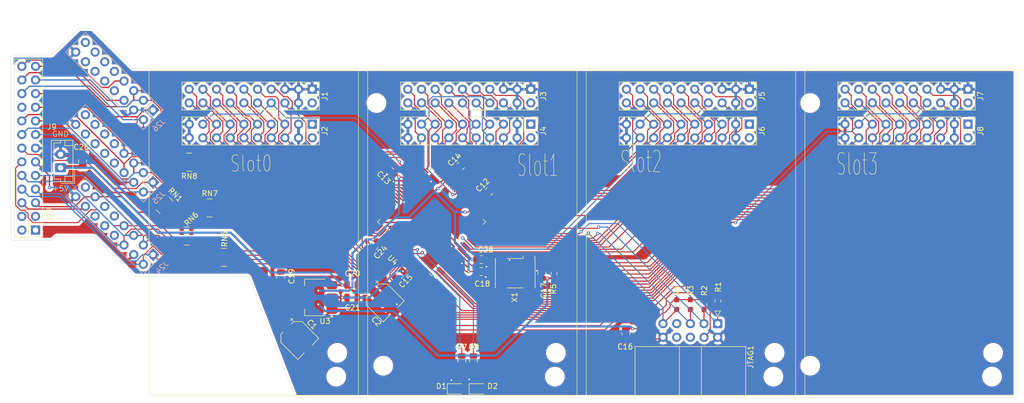
<source format=kicad_pcb>
(kicad_pcb (version 20240108) (generator "pcbnew") (generator_version "8.0")
  (layers (0 "F.Cu" signal) (31 "B.Cu" signal) (34 "B.Paste" user) (35 "F.Paste" user) (36 "B.SilkS" user "B.Silkscreen") (37 "F.SilkS" user "F.Silkscreen") (38 "B.Mask" user) (39 "F.Mask" user) (44 "Edge.Cuts" user))
  (net 0 "")
  (net 1 "GND")
  (net 2 "+3V3")
  (net 3 "/VCC_5V")
  (net 4 "/D1_1")
  (net 5 "/CM_CLK_M3")
  (net 6 "/D1_3")
  (net 7 "/D1_6")
  (net 8 "/D1_5")
  (net 9 "/D1_2")
  (net 10 "/D1_4")
  (net 11 "/CM_STB_N1")
  (net 12 "/D2_5")
  (net 13 "/D2_1")
  (net 14 "/D2_2")
  (net 15 "/D2_6")
  (net 16 "/D2_3")
  (net 17 "/D2_4")
  (net 18 "/D3_5")
  (net 19 "/D3_1")
  (net 20 "/D3_4")
  (net 21 "/D3_6")
  (net 22 "/D3_3")
  (net 23 "/D3_2")
  (net 24 "/TDI")
  (net 25 "/TDO")
  (net 26 "/TMS")
  (net 27 "/TCK")
  (net 28 "/LED1")
  (net 29 "/LED0")
  (net 30 "/BA15")
  (net 31 "/BA12")
  (net 32 "/BA13")
  (net 33 "/BA14")
  (net 34 "/BA11")
  (net 35 "/BA10")
  (net 36 "/BA7")
  (net 37 "/BA5")
  (net 38 "/BA4")
  (net 39 "/BA6")
  (net 40 "/BA2")
  (net 41 "/BA0")
  (net 42 "/BA3")
  (net 43 "/BA1")
  (net 44 "/BA9")
  (net 45 "/BA8")
  (net 46 "/XTALCLK")
  (net 47 "/ad_da_socket/VCC_5V")
  (net 48 "/ad_da_socket1/VCC_5V")
  (net 49 "/ad_da_socket2/VCC_5V")
  (net 50 "/ad_da_socket3/VCC_5V")
  (net 54 "/ad_da_socket/D12")
  (net 55 "/ad_da_socket/D2")
  (net 56 "/ad_da_socket/D3")
  (net 57 "/ad_da_socket/D0")
  (net 58 "/ad_da_socket/D11")
  (net 59 "/ad_da_socket/D8")
  (net 60 "/ad_da_socket/D9")
  (net 61 "/ad_da_socket/D1")
  (net 62 "/ad_da_socket/CLK")
  (net 63 "/ad_da_socket/D4")
  (net 64 "/ad_da_socket/D7")
  (net 65 "/ad_da_socket/D6")
  (net 66 "/ad_da_socket/D13")
  (net 67 "/ad_da_socket/D5")
  (net 68 "/ad_da_socket/D10")
  (net 69 "/ad_da_socket1/D2")
  (net 70 "/ad_da_socket1/D12")
  (net 71 "/ad_da_socket1/D9")
  (net 72 "/ad_da_socket1/D10")
  (net 73 "/ad_da_socket1/D6")
  (net 74 "/ad_da_socket1/D13")
  (net 75 "/ad_da_socket1/D8")
  (net 76 "/ad_da_socket1/D7")
  (net 77 "/ad_da_socket1/CLK")
  (net 78 "/ad_da_socket1/D11")
  (net 79 "/ad_da_socket1/D3")
  (net 80 "/ad_da_socket1/D1")
  (net 81 "/ad_da_socket1/D4")
  (net 82 "/ad_da_socket1/D5")
  (net 83 "/ad_da_socket2/D4")
  (net 84 "/ad_da_socket2/D2")
  (net 85 "/ad_da_socket2/D3")
  (net 86 "/ad_da_socket2/D0")
  (net 87 "/ad_da_socket2/CLK")
  (net 88 "/ad_da_socket2/D7")
  (net 89 "/ad_da_socket2/D8")
  (net 90 "/ad_da_socket2/D6")
  (net 91 "/ad_da_socket2/D12")
  (net 92 "/ad_da_socket2/D11")
  (net 93 "/ad_da_socket2/D1")
  (net 94 "/ad_da_socket2/D5")
  (net 95 "/ad_da_socket2/D9")
  (net 96 "/ad_da_socket2/D13")
  (net 97 "/ad_da_socket2/D10")
  (net 98 "/ad_da_socket3/D3")
  (net 99 "/ad_da_socket3/D1")
  (net 100 "/ad_da_socket3/D0")
  (net 101 "/ad_da_socket3/D2")
  (net 102 "/ad_da_socket3/D5")
  (net 103 "/ad_da_socket3/D4")
  (net 104 "/ad_da_socket3/D6")
  (net 105 "/S1D0")
  (net 106 "/S3D7")
  (net 107 "/S3C")
  (net 108 "/S3D9")
  (net 109 "/S3D8")
  (net 110 "/S3D12")
  (net 111 "/S3D11")
  (net 112 "/S3D10")
  (net 113 "/S3D13")
  (net 114 "/LD1")
  (net 115 "/LD0")
  (footprint "Resistor_SMD:R_0603_1608Metric_Pad0.98x0.95mm_HandSolder" (layer "F.Cu") (at 151.13 130.175 -90)
    (property "Reference" "R1")
    (property "Value" "10K")
  )
  (footprint "Connector_PinHeader_2.54mm:PinHeader_2x10_P2.54mm_Vertical" (layer "F.Cu") (at 156.972 90.7796 -90)
    (property "Reference" "J5")
    (property "Value" "DAC")
  )
  (footprint "Resistor_SMD:R_Array_Convex_4x0603" (layer "F.Cu") (at 52.324 118.11)
    (property "Reference" "RN6")
    (property "Value" "R_Pack04")
  )
  (footprint "MountingHole:MountingHole_3.2mm_M3" (layer "F.Cu") (at 202.0824 144.272 -90)
    (property "Reference" "H8" (hide yes))
    (property "Value" "ADC")
  )
  (footprint "Connector_PinHeader_2.54mm:PinHeader_2x10_P2.54mm_Vertical" (layer "F.Cu") (at 75.692 97.282 -90)
    (property "Reference" "J2")
    (property "Value" "ADC")
  )
  (footprint "MountingHole:MountingHole_3.2mm_M3" (layer "F.Cu") (at 168.275 93.345)
    (property "Reference" "H10" (hide yes))
    (property "Value" "MountingHole")
  )
  (footprint "Resistor_SMD:R_Array_Convex_4x0603" (layer "F.Cu") (at 59.2836 122.0724)
    (property "Reference" "RN5")
    (property "Value" "R_Pack04")
  )
  (footprint "Capacitor_SMD:C_0805_2012Metric" (layer "F.Cu") (at 90.17 106.045 135)
    (property "Reference" "C13")
    (property "Value" "100nF")
  )
  (footprint "Connector_IDC:IDC-Header_2x05_P2.54mm_Horizontal" (layer "F.Cu") (at 151.0792 134.4089 -90)
    (property "Reference" "JTAG1")
    (property "Value" "CONN_02X05")
  )
  (footprint "Capacitor_SMD:C_0805_2012Metric" (layer "F.Cu") (at 83.1088 129.54)
    (property "Reference" "C21")
    (property "Value" "C_Small")
  )
  (footprint "Capacitor_SMD:C_0805_2012Metric" (layer "F.Cu") (at 91.8972 125.3236 -135)
    (property "Reference" "C15")
    (property "Value" "100nF")
  )
  (footprint "LED_SMD:LED_0805_2012Metric" (layer "F.Cu") (at 106.553 146.558)
    (property "Reference" "D2")
    (property "Value" "LED")
  )
  (footprint "Resistor_SMD:R_Array_Convex_4x0603" (layer "F.Cu") (at 52.832 104.3432)
    (property "Reference" "RN8")
    (property "Value" "R_Pack04")
  )
  (footprint "Capacitor_SMD:C_0805_2012Metric" (layer "F.Cu") (at 118.4148 125.0188 90)
    (property "Reference" "C17")
    (property "Value" "100nF")
  )
  (footprint "Capacitor_SMD:CP_Elec_5x5.4" (layer "F.Cu") (at 73.025 137.16 -45)
    (property "Reference" "C1")
    (property "Value" "47uF 16V D5xL5.4mm")
  )
  (footprint "MountingHole:MountingHole_3.2mm_M3" (layer "F.Cu") (at 88.9 142.24)
    (property "Reference" "H12" (hide yes))
    (property "Value" "MountingHole")
  )
  (footprint "Resistor_SMD:R_Array_Convex_4x0603" (layer "F.Cu") (at 56.642 112.8776)
    (property "Reference" "RN7")
    (property "Value" "R_Pack04")
  )
  (footprint "Capacitor_SMD:C_0805_2012Metric" (layer "F.Cu") (at 134.0104 136.2964 -90)
    (property "Reference" "C16")
    (property "Value" "100nF")
  )
  (footprint "Connector_PinHeader_2.54mm:PinHeader_2x10_P2.54mm_Vertical" (layer "F.Cu") (at 197.612 97.282 -90)
    (property "Reference" "J8")
    (property "Value" "ADC")
  )
  (footprint "Capacitor_SMD:C_0805_2012Metric" (layer "F.Cu") (at 69.85 125.73 90)
    (property "Reference" "C19")
    (property "Value" "100nF")
  )
  (footprint "Resistor_SMD:R_0603_1608Metric_Pad0.98x0.95mm_HandSolder" (layer "F.Cu") (at 148.5392 130.8608 -90)
    (property "Reference" "R2")
    (property "Value" "10K")
  )
  (footprint "Capacitor_SMD:C_0805_2012Metric" (layer "F.Cu") (at 103.3272 105.038396 45)
    (property "Reference" "C14")
    (property "Value" "100nF")
  )
  (footprint "Connector_PinHeader_2.54mm:PinHeader_2x10_P2.54mm_Vertical" (layer "F.Cu") (at 116.332 97.282 -90)
    (property "Reference" "J4")
    (property "Value" "ADC")
  )
  (footprint "Capacitor_SMD:CP_Elec_5x5.4" (layer "F.Cu") (at 88.9 130.175 -45)
    (property "Reference" "C2")
    (property "Value" "47uF 16V")
  )
  (footprint "Resistor_SMD:R_0603_1608Metric_Pad0.98x0.95mm_HandSolder" (layer "F.Cu") (at 143.4592 130.8608 -90)
    (property "Reference" "R4")
    (property "Value" "10K")
  )
  (footprint "Resistor_SMD:R_0805_2012Metric" (layer "F.Cu") (at 105.664 141.351 -90)
    (property "Reference" "R8")
    (property "Value" "1k")
  )
  (footprint "MountingHole:MountingHole_3.2mm_M3" (layer "F.Cu") (at 168.275 142.24)
    (property "Reference" "H11" (hide yes))
    (property "Value" "MountingHole")
  )
  (footprint "Resistor_SMD:R_0603_1608Metric_Pad0.98x0.95mm_HandSolder" (layer "F.Cu") (at 120.65 125.095 90)
    (property "Reference" "R5")
    (property "Value" "0")
  )
  (footprint "MountingHole:MountingHole_3.2mm_M3" (layer "F.Cu") (at 202.2856 139.8524)
    (property "Reference" "H7" (hide yes))
    (property "Value" "DAC")
  )
  (footprint "MountingHole:MountingHole_3.2mm_M3" (layer "F.Cu") (at 161.6456 139.8524)
    (property "Reference" "H5" (hide yes))
    (property "Value" "DAC")
  )
  (footprint "Capacitor_SMD:C_0805_2012Metric" (layer "F.Cu") (at 108.5596 109.8296 45)
    (property "Reference" "C12")
    (property "Value" "100nF")
  )
  (footprint "Capacitor_SMD:C_0805_2012Metric" (layer "F.Cu") (at 33.02 104.14 90)
    (property "Reference" "C26")
    (property "Value" "100nF")
  )
  (footprint "Connector_PinHeader_2.54mm:PinHeader_2x13_P2.54mm_Vertical" (layer "F.Cu") (at 24.257 116.9924 180)
    (property "Reference" "J27")
    (property "Value" "Conn_02x13_Odd_Even" (hide yes))
  )
  (footprint "Connector_JST:JST_EH_B2B-EH-A_1x02_P2.50mm_Vertical" (layer "F.Cu") (at 28.909999 105.39 90)
    (property "Reference" "J9")
    (property "Value" "Conn_01x02_Pin")
  )
  (footprint "Connector_PinHeader_2.54mm:PinHeader_2x10_P2.54mm_Vertical" (layer "F.Cu") (at 116.332 90.7796 -90)
    (property "Reference" "J3")
    (property "Value" "DAC")
  )
  (footprint "Resistor_SMD:R_0805_2012Metric" (layer "F.Cu") (at 103.504999 141.351 -90)
    (property "Reference" "R7")
    (property "Value" "1k")
  )
  (footprint "MountingHole:MountingHole_3.2mm_M3" (layer "F.Cu") (at 161.4424 144.272 -90)
    (property "Reference" "H6" (hide yes))
    (property "Value" "ADC")
  )
  (footprint "MountingHole:MountingHole_3.2mm_M3" (layer "F.Cu") (at 80.1624 144.272 -90)
    (property "Reference" "H2" (hide yes))
    (property "Value" "ADC")
  )
  (footprint "MountingHole:MountingHole_3.2mm_M3" (layer "F.Cu") (at 120.8024 144.272 -90)
    (property "Reference" "H4" (hide yes))
    (property "Value" "ADC")
  )
  (footprint "MountingHole:MountingHole_3.2mm_M3" (layer "F.Cu") (at 80.3656 139.8524)
    (property "Reference" "H1" (hide yes))
    (property "Value" "DAC")
  )
  (footprint "MountingHole:MountingHole_3.2mm_M3" (layer "F.Cu") (at 87.63 93.345)
    (property "Reference" "H9" (hide yes))
    (property "Value" "MountingHole")
  )
  (footprint "Resistor_SMD:R_0603_1608Metric_Pad0.98x0.95mm_HandSolder" (layer "F.Cu") (at 145.9992 130.8608 -90)
    (property "Reference" "R3")
    (property "Value" "10K")
  )
  (footprint "Capacitor_SMD:C_0805_2012Metric" (layer "F.Cu") (at 107.1372 124.714)
    (property "Reference" "C18")
    (property "Value" "100nF")
  )
  (footprint "Connector_PinHeader_2.54mm:PinHeader_2x10_P2.54mm_Vertical" (layer "F.Cu") (at 156.972 97.282 -90)
    (property "Reference" "J6")
    (property "Value" "ADC")
  )
  (footprint "Oscillator:Oscillator_SMD_Abracon_ASV-4Pin_7.0x5.1mm" (layer "F.Cu") (at 113.4364 125.0188 180)
    (property "Reference" "X1")
    (property "Value" "SG-7050CCN")
  )
  (footprint "Package_QFP:LQFP-100_14x14mm_P0.5mm" (layer "F.Cu") (at 97.8916 115.4684 135)
    (property "Reference" "U4")
    (property "Value" "EPM240T100C5N")
  )
  (footprint "Package_TO_SOT_SMD:SOT-223-3_TabPin2" (layer "F.Cu") (at 76.2 129.54 180)
    (property "Reference" "U3")
    (property "Value" "AMS1117-3.3")
  )
  (footprint "Capacitor_SMD:C_0805_2012Metric" (layer "F.Cu") (at 83.1088 127.2032)
    (property "Reference" "C20")
    (property "Value" "C_Small")
  )
  (footprint "Capacitor_SMD:C_0805_2012Metric" (layer "F.Cu") (at 87.2236 119.9388 -135)
    (property "Reference" "C24")
    (property "Value" "100nF")
  )
  (footprint "MountingHole:MountingHole_3.2mm_M3" (layer "F.Cu") (at 121.0056 139.8524)
    (property "Reference" "H3" (hide yes))
    (property "Value" "DAC")
  )
  (footprint "Connector_PinHeader_2.54mm:PinHeader_2x10_P2.54mm_Vertical" (layer "F.Cu") (at 197.612 90.7796 -90)
    (property "Reference" "J7")
    (property "Value" "DAC")
  )
  (footprint "Capacitor_SMD:C_0805_2012Metric" (layer "F.Cu") (at 107.1372 122.4788)
    (property "Reference" "C25")
    (property "Value" "100nF")
  )
  (footprint "Resistor_SMD:R_Array_Convex_4x0603" (layer "F.Cu") (at 48.26 112.395 -45)
    (property "Reference" "RN1")
    (property "Value" "R_Pack04")
  )
  (footprint "LED_SMD:LED_0805_2012Metric" (layer "F.Cu") (at 102.489 146.558)
    (property "Reference" "D1")
    (property "Value" "LED")
  )
  (footprint "Connector_PinHeader_2.54mm:PinHeader_2x10_P2.54mm_Vertical" (layer "F.Cu") (at 75.692 90.7796 -90)
    (property "Reference" "J1")
    (property "Value" "DAC")
  )
  (footprint "Connector_PinSocket_2.54mm:PinSocket_2x08_P2.54mm_Vertical" (layer "B.Cu") (at 46.101001 94.6404 45)
    (property "Reference" "J26")
    (property "Value" "Conn_02x08_Odd_Even" (hide yes))
  )
  (footprint "Connector_PinSocket_2.54mm:PinSocket_2x08_P2.54mm_Vertical" (layer "B.Cu") (at 46.101001 121.5644 45)
    (property "Reference" "J24")
    (property "Value" "Conn_02x08_Odd_Even")
  )
  (footprint "Connector_PinSocket_2.54mm:PinSocket_2x08_P2.54mm_Vertical" (layer "B.Cu") (at 46.101 108.1024 45)
    (property "Reference" "J25")
    (property "Value" "Conn_02x08_Odd_Even")
  )
  (gr_rect (start 167.2844 87.2354) (end 206.1972 147.7382) (stroke (width 0.1)) (fill none) (layer "F.SilkS"))
  (gr_rect (start 126.6444 87.2608) (end 165.5572 147.7636) (stroke (width 0.1)) (fill none) (layer "F.SilkS"))
  (gr_rect (start 45.3644 87.2744) (end 84.2772 147.7772) (stroke (width 0.1)) (fill none) (layer "F.SilkS"))
  (gr_rect (start 86.0044 87.2744) (end 124.9172 147.7772) (stroke (width 0.1)) (fill none) (layer "F.SilkS"))
  (gr_line (start 27.998259 118.28673) (end 27.511448 118.773542) (stroke (width 0.05)) (layer "Edge.Cuts"))
  (gr_arc (start 34.978435 118.149696) (mid 35.16929 118.187858) (end 35.331126 118.29599) (stroke (width 0.05)) (layer "Edge.Cuts"))
  (gr_arc (start 19.685001 84.879989) (mid 19.831452 84.526443) (end 20.185001 84.379989) (stroke (width 0.05)) (layer "Edge.Cuts"))
  (gr_line (start 63.5 125.5776) (end 42.825982 125.5776) (stroke (width 0.05)) (layer "Edge.Cuts"))
  (gr_arc (start 63.5 125.5776) (mid 63.791673 125.671487) (end 63.973806 125.91789) (stroke (width 0.05)) (layer "Edge.Cuts"))
  (gr_line (start 206.0528 148.1836) (end 72.863806 148.1836) (stroke (width 0.05)) (layer "Edge.Cuts"))
  (gr_line (start 27.450688 84.237743) (end 32.237593 79.563914) (stroke (width 0.05)) (layer "Edge.Cuts"))
  (gr_line (start 19.685001 118.419989) (end 19.685001 84.879989) (stroke (width 0.05)) (layer "Edge.Cuts"))
  (gr_arc (start 206.5528 147.6836) (mid 206.406353 148.037153) (end 206.0528 148.1836) (stroke (width 0.05)) (layer "Edge.Cuts"))
  (gr_line (start 72.39 147.84331) (end 63.973806 125.91789) (stroke (width 0.05)) (layer "Edge.Cuts"))
  (gr_line (start 35.009656 79.584639) (end 42.218643 86.772863) (stroke (width 0.05)) (layer "Edge.Cuts"))
  (gr_arc (start 20.185001 118.919989) (mid 19.831451 118.773542) (end 19.685001 118.419989) (stroke (width 0.05)) (layer "Edge.Cuts"))
  (gr_arc (start 42.571686 86.9188) (mid 42.38068 86.880873) (end 42.218643 86.772863) (stroke (width 0.05)) (layer "Edge.Cuts"))
  (gr_arc (start 72.863806 148.1836) (mid 72.572133 148.089713) (end 72.39 147.84331) (stroke (width 0.05)) (layer "Edge.Cuts"))
  (gr_arc (start 34.660728 79.438719) (mid 34.849518 79.477419) (end 35.009656 79.584639) (stroke (width 0.05)) (layer "Edge.Cuts"))
  (gr_line (start 27.157894 118.919989) (end 20.185001 118.919989) (stroke (width 0.05)) (layer "Edge.Cuts"))
  (gr_line (start 20.185001 84.379989) (end 27.101385 84.379989) (stroke (width 0.05)) (layer "Edge.Cuts"))
  (gr_line (start 42.472581 125.431305) (end 35.331126 118.29599) (stroke (width 0.05)) (layer "Edge.Cuts"))
  (gr_arc (start 42.825982 125.5776) (mid 42.63474 125.539581) (end 42.472581 125.431305) (stroke (width 0.05)) (layer "Edge.Cuts"))
  (gr_arc (start 27.450688 84.237743) (mid 27.289963 84.343062) (end 27.101385 84.379989) (stroke (width 0.05)) (layer "Edge.Cuts"))
  (gr_arc (start 32.237593 79.563914) (mid 32.400227 79.457826) (end 32.591011 79.421685) (stroke (width 0.05)) (layer "Edge.Cuts"))
  (gr_line (start 206.5528 87.4188) (end 206.5528 147.6836) (stroke (width 0.05)) (layer "Edge.Cuts"))
  (gr_line (start 32.591011 79.421685) (end 34.660728 79.438719) (stroke (width 0.05)) (layer "Edge.Cuts"))
  (gr_arc (start 27.998259 118.28673) (mid 28.160799 118.178207) (end 28.352523 118.140284) (stroke (width 0.05)) (layer "Edge.Cuts"))
  (gr_line (start 42.571686 86.9188) (end 206.0528 86.9188) (stroke (width 0.05)) (layer "Edge.Cuts"))
  (gr_arc (start 27.511448 118.773542) (mid 27.349236 118.881929) (end 27.157894 118.919989) (stroke (width 0.05)) (layer "Edge.Cuts"))
  (gr_line (start 34.978435 118.149696) (end 28.352523 118.140284) (stroke (width 0.05)) (layer "Edge.Cuts"))
  (gr_arc (start 206.0528 86.9188) (mid 206.406353 87.065247) (end 206.5528 87.4188) (stroke (width 0.05)) (layer "Edge.Cuts"))
  (gr_text "GND" (at 27.305 99.695 0) (layer "F.SilkS") (effects (font (size 1 1) (thickness 0.1)) (justify left bottom)))
  (gr_text "Slot3" (at 173.0248 107.0864 0) (layer "F.SilkS") (effects (font (size 4 2) (thickness 0.1)) (justify left bottom)))
  (gr_text "+5V" (at 27.305 109.855 0) (layer "F.SilkS") (effects (font (size 1 1) (thickness 0.1)) (justify left bottom)))
  (gr_text "Slot2" (at 132.842 106.6292 0) (layer "F.SilkS") (effects (font (size 4 2) (thickness 0.1)) (justify left bottom)))
  (gr_text "Slot0" (at 60.3504 106.3752 0) (layer "F.SilkS") (effects (font (size 3 2) (thickness 0.1)) (justify left bottom)))
  (gr_text "Slot1" (at 113.665 107.315 0) (layer "F.SilkS") (effects (font (size 4 2) (thickness 0.1)) (justify left bottom)))
  (segment (start 115.9764 123.0188) (end 119.4863 123.0188) (width 0.2) (layer "F.Cu") (net 0))
  (segment (start 119.4863 123.0188) (end 120.65 124.1825) (width 0.2) (layer "F.Cu") (net 0))
  (segment (start 101.218159 106.484986) (end 101.218159 105.697867) (width 0.2) (layer "F.Cu") (net 1))
  (segment (start 151.0792 136.9489) (end 152.7048 135.3233) (width 0.2) (layer "F.Cu") (net 1))
  (segment (start 33.02 103.190001) (end 29.21 103.190001) (width 0.4) (layer "F.Cu") (net 1))
  (segment (start 102.611538 121.602551) (end 102.257984 121.956105) (width 0.25) (layer "F.Cu") (net 1))
  (segment (start 152.7048 130.8608) (end 151.7923 129.9483) (width 0.2) (layer "F.Cu") (net 1))
  (segment (start 84.570324 126.691675) (end 87.321675 126.691675) (width 0.4) (layer "F.Cu") (net 1))
  (segment (start 151.13 129.286) (end 152.7048 130.8608) (width 0.2) (layer "F.Cu") (net 1))
  (segment (start 84.058799 127.2032) (end 84.570324 126.691675) (width 0.4) (layer "F.Cu") (net 1))
  (segment (start 102.271105 121.956105) (end 103.505 123.19) (width 0.25) (layer "F.Cu") (net 1))
  (segment (start 117.780459 124.703142) (end 118.4148 124.068801) (width 0.4) (layer "F.Cu") (net 1))
  (segment (start 90.519365 131.730635) (end 91.44 130.81) (width 0.4) (layer "F.Cu") (net 1))
  (segment (start 83.425 131.84) (end 83.534365 131.730635) (width 0.4) (layer "F.Cu") (net 1))
  (segment (start 74.580635 138.715635) (end 74.580635 136.609365) (width 0.4) (layer "F.Cu") (net 1))
  (segment (start 101.218159 105.697867) (end 102.549381 104.366645) (width 0.2) (layer "F.Cu") (net 1))
  (segment (start 90.029301 107.809301) (end 89.498249 107.278249) (width 0.25) (layer "F.Cu") (net 1))
  (segment (start 86.551849 120.079849) (end 86.106 119.634) (width 0.2) (layer "F.Cu") (net 1))
  (segment (start 103.998951 104.366645) (end 103.731645 104.366645) (width 0.2) (layer "F.Cu") (net 1))
  (segment (start 92.47297 123.29826) (end 91.225449 124.545781) (width 0.2) (layer "F.Cu") (net 1))
  (segment (start 100.490217 107.212928) (end 101.218159 106.484986) (width 0.2) (layer "F.Cu") (net 1))
  (segment (start 117.475 124.568739) (end 112.446339 124.568739) (width 0.2) (layer "F.Cu") (net 1))
  (segment (start 35.298401 103.190001) (end 40.2108 108.1024) (width 0.25) (layer "F.Cu") (net 1))
  (segment (start 94.232322 122.663211) (end 93.597273 123.29826) (width 0.2) (layer "F.Cu") (net 1))
  (segment (start 69.85 124.780001) (end 82.870001 124.780001) (width 0.4) (layer "F.Cu") (net 1))
  (segment (start 90.805 107.809301) (end 90.029301 107.809301) (width 0.25) (layer "F.Cu") (net 1))
  (segment (start 152.7048 135.3233) (end 152.7048 130.8608) (width 0.2) (layer "F.Cu") (net 1))
  (segment (start 82.870001 124.780001) (end 84.058799 125.968799) (width 0.4) (layer "F.Cu") (net 1))
  (segment (start 102.549381 104.366645) (end 103.998951 104.366645) (width 0.2) (layer "F.Cu") (net 1))
  (segment (start 74.580635 136.609365) (end 79.35 131.84) (width 0.4) (layer "F.Cu") (net 1))
  (segment (start 111.9312 123.0188) (end 112.395 122.555) (width 0.2) (layer "F.Cu") (net 1))
  (segment (start 90.805 107.809301) (end 90.974966 107.809301) (width 0.25) (layer "F.Cu") (net 1))
  (segment (start 90.974966 107.809301) (end 90.816867 107.9674) (width 0.25) (layer "F.Cu") (net 1))
  (segment (start 134.0104 137.246399) (end 140.621701 137.246399) (width 0.2) (layer "F.Cu") (net 1))
  (segment (start 90.455635 129.825635) (end 90.455635 131.730635) (width 0.4) (layer "F.Cu") (net 1))
  (segment (start 79.35 131.84) (end 83.425 131.84) (width 0.4) (layer "F.Cu") (net 1))
  (segment (start 83.534365 131.730635) (end 90.455635 131.730635) (width 0.4) (layer "F.Cu") (net 1))
  (segment (start 112.446339 124.568739) (end 110.8964 123.0188) (width 0.2) (layer "F.Cu") (net 1))
  (segment (start 110.8964 123.0188) (end 112.580742 124.703142) (width 0.4) (layer "F.Cu") (net 1))
  (segment (start 105.615499 145.493499) (end 104.902 144.78) (width 0.2) (layer "F.Cu") (net 1))
  (segment (start 101.6 120.591013) (end 101.6 120.015) (width 0.25) (layer "F.Cu") (net 1))
  (segment (start 99.753145 107.95) (end 100.490217 107.212928) (width 0.25) (layer "F.Cu") (net 1))
  (segment (start 93.597273 123.29826) (end 92.47297 123.29826) (width 0.2) (layer "F.Cu") (net 1))
  (segment (start 117.974938 124.068801) (end 117.475 124.568739) (width 0.2) (layer "F.Cu") (net 1))
  (segment (start 89.498249 107.278249) (end 89.498249 105.373249) (width 0.25) (layer "F.Cu") (net 1))
  (segment (start 91.225449 124.545781) (end 91.225449 125.995351) (width 0.2) (layer "F.Cu") (net 1))
  (segment (start 87.321675 126.691675) (end 90.455635 129.825635) (width 0.4) (layer "F.Cu") (net 1))
  (segment (start 151.13 129.2625) (end 151.13 129.286) (width 0.2) (layer "F.Cu") (net 1))
  (segment (start 84.058799 129.54) (end 84.058799 131.206201) (width 0.4) (layer "F.Cu") (net 1))
  (segment (start 112.580742 124.703142) (end 117.780459 124.703142) (width 0.4) (layer "F.Cu") (net 1))
  (segment (start 105.615499 146.558) (end 105.615499 145.493499) (width 0.2) (layer "F.Cu") (net 1))
  (segment (start 102.611538 121.602551) (end 101.6 120.591013) (width 0.25) (layer "F.Cu") (net 1))
  (segment (start 33.02 103.190001) (end 35.298401 103.190001) (width 0.25) (layer "F.Cu") (net 1))
  (segment (start 91.757449 110.756649) (end 92.8116 111.8108) (width 0.2) (layer "F.Cu") (net 1))
  (segment (start 101.551499 146.558) (end 101.551499 144.955501) (width 0.2) (layer "F.Cu") (net 1))
  (segment (start 84.058799 125.968799) (end 84.058799 127.2032) (width 0.4) (layer "F.Cu") (net 1))
  (segment (start 108.087199 122.4788) (end 108.087199 124.714) (width 0.25) (layer "F.Cu") (net 1))
  (segment (start 97.79 107.95) (end 99.753145 107.95) (width 0.25) (layer "F.Cu") (net 1))
  (segment (start 93.525216 108.980695) (end 92.353822 107.809301) (width 0.25) (layer "F.Cu") (net 1))
  (segment (start 101.551499 144.955501) (end 101.6 144.907) (width 0.2) (layer "F.Cu") (net 1))
  (segment (start 90.070542 116.925497) (end 89.282575 117.713464) (width 0.2) (layer "F.Cu") (net 1))
  (segment (start 110.8964 123.0188) (end 111.9312 123.0188) (width 0.2) (layer "F.Cu") (net 1))
  (segment (start 83.425 131.84) (end 84.058799 131.206201) (width 0.4) (layer "F.Cu") (net 1))
  (segment (start 40.2108 108.1024) (end 42.508898 108.1024) (width 0.25) (layer "F.Cu") (net 1))
  (segment (start 103.731645 104.366645) (end 102.87 103.505) (width 0.2) (layer "F.Cu") (net 1))
  (segment (start 108.087199 124.714) (end 108.087199 125.592801) (width 0.25) (layer "F.Cu") (net 1))
  (segment (start 92.353822 107.809301) (end 90.805 107.809301) (width 0.25) (layer "F.Cu") (net 1))
  (segment (start 108.087199 125.592801) (end 107.95 125.73) (width 0.25) (layer "F.Cu") (net 1))
  (via (at 92.8116 111.8108) (size 0.6) (drill 0.3) (layers "F.Cu" "B.Cu") (net 1))
  (via (at 107.95 125.73) (size 0.6) (drill 0.3) (layers "F.Cu" "B.Cu") (net 1))
  (via (at 101.6 120.015) (size 0.6) (drill 0.3) (layers "F.Cu" "B.Cu") (net 1))
  (via (at 108.087199 123.825) (size 0.6) (drill 0.3) (layers "F.Cu" "B.Cu") (net 1))
  (via (at 90.070542 116.925497) (size 0.6) (drill 0.3) (layers "F.Cu" "B.Cu") (net 1))
  (via (at 104.902 144.78) (size 0.6) (drill 0.3) (layers "F.Cu" "B.Cu") (net 1))
  (via (at 86.106 119.634) (size 0.6) (drill 0.3) (layers "F.Cu" "B.Cu") (net 1))
  (via (at 91.44 130.81) (size 0.6) (drill 0.3) (layers "F.Cu" "B.Cu") (net 1))
  (via (at 102.87 103.505) (size 0.6) (drill 0.3) (layers "F.Cu" "B.Cu") (net 1))
  (via (at 90.816867 107.9674) (size 0.6) (drill 0.3) (layers "F.Cu" "B.Cu") (net 1))
  (via (at 89.535 106.68) (size 0.6) (drill 0.3) (layers "F.Cu" "B.Cu") (net 1))
  (via (at 112.395 122.555) (size 0.6) (drill 0.3) (layers "F.Cu" "B.Cu") (net 1))
  (via (at 117.475 124.568739) (size 0.6) (drill 0.3) (layers "F.Cu" "B.Cu") (net 1))
  (via (at 101.6 144.907) (size 0.6) (drill 0.3) (layers "F.Cu" "B.Cu") (net 1))
  (via (at 103.505 123.19) (size 0.6) (drill 0.3) (layers "F.Cu" "B.Cu") (net 1))
  (via (at 97.79 107.95) (size 0.6) (drill 0.3) (layers "F.Cu" "B.Cu") (net 1))
  (segment (start 90.816867 107.9674) (end 90.816867 106.668133) (width 0.25) (layer "B.Cu") (net 1))
  (segment (start 91.44 106.045) (end 95.885 106.045) (width 0.25) (layer "B.Cu") (net 1))
  (segment (start 47.116255 97.282) (end 52.832 97.282) (width 0.2) (layer "B.Cu") (net 1))
  (segment (start 42.508899 94.6404) (end 44.474655 94.6404) (width 0.2) (layer "B.Cu") (net 1))
  (segment (start 86.106 119.634) (end 87.362039 119.634) (width 0.2) (layer "B.Cu") (net 1))
  (segment (start 87.362039 119.634) (end 90.070542 116.925497) (width 0.2) (layer "B.Cu") (net 1))
  (segment (start 90.816867 106.668133) (end 91.44 106.045) (width 0.25) (layer "B.Cu") (net 1))
  (segment (start 95.885 106.045) (end 97.79 107.95) (width 0.25) (layer "B.Cu") (net 1))
  (segment (start 44.474655 94.6404) (end 47.116255 97.282) (width 0.2) (layer "B.Cu") (net 1))
  (segment (start 73.050001 129.54) (end 79.349999 129.54) (width 0.4) (layer "F.Cu") (net 2))
  (segment (start 115.9764 127.0188) (end 117.364799 127.0188) (width 0.4) (layer "F.Cu") (net 2))
  (segment (start 100.843771 107.566482) (end 99.190253 109.22) (width 0.2) (layer "F.Cu") (net 2))
  (segment (start 119.38 125.968799) (end 120.611299 125.968799) (width 0.4) (layer "F.Cu") (net 2))
  (segment (start 149.6892 131.0983) (end 148.5392 129.9483) (width 0.2) (layer "F.Cu") (net 2))
  (segment (start 104.644747 113.665) (end 104.14 113.665) (width 0.2) (layer "F.Cu") (net 2))
  (segment (start 79.349999 129.54) (end 82.158801 129.54) (width 0.4) (layer "F.Cu") (net 2))
  (segment (start 149.6892 135.7989) (end 149.6892 131.0983) (width 0.2) (layer "F.Cu") (net 2))
  (segment (start 102.855 123.459239) (end 102.855 123.260227) (width 0.2) (layer "F.Cu") (net 2))
  (segment (start 99.190253 109.22) (end 99.06 109.22) (width 0.2) (layer "F.Cu") (net 2))
  (segment (start 143.4592 129.9483) (end 145.9992 129.9483) (width 0.2) (layer "F.Cu") (net 2))
  (segment (start 93.878769 108.627142) (end 92.385928 107.134301) (width 0.2) (layer "F.Cu") (net 2))
  (segment (start 106.187201 124.714) (end 104.775 124.714) (width 0.2) (layer "F.Cu") (net 2))
  (segment (start 90.841751 106.716751) (end 91.389401 106.716751) (width 0.25) (layer "F.Cu") (net 2))
  (segment (start 93.078157 110.654957) (end 93.815043 110.654957) (width 0.25) (layer "F.Cu") (net 2))
  (segment (start 94.585876 123.016765) (end 93.24382 124.35882) (width 0.2) (layer "F.Cu") (net 2))
  (segment (start 103.235761 123.84) (end 102.855 123.459239) (width 0.2) (layer "F.Cu") (net 2))
  (segment (start 94.615 109.363373) (end 93.878769 108.627142) (width 0.25) (layer "F.Cu") (net 2))
  (segment (start 102.855 123.260227) (end 101.904431 122.309658) (width 0.2) (layer "F.Cu") (net 2))
  (segment (start 74.320001 130.81) (end 73.050001 129.54) (width 0.4) (layer "F.Cu") (net 2))
  (segment (start 71.469365 131.120636) (end 73.050001 129.54) (width 0.4) (layer "F.Cu") (net 2))
  (segment (start 88.436096 119.267049) (end 89.636128 118.067017) (width 0.2) (layer "F.Cu") (net 2))
  (segment (start 71.469365 135.604365) (end 71.469365 131.120636) (width 0.4) (layer "F.Cu") (net 2))
  (segment (start 140.8684 132.3848) (end 137.906799 135.346401) (width 0.2) (layer "F.Cu") (net 2))
  (segment (start 93.815043 110.654957) (end 94.615 109.855) (width 0.25) (layer "F.Cu") (net 2))
  (segment (start 105.41 122.4788) (end 104.902 122.4788) (width 0.2) (layer "F.Cu") (net 2))
  (segment (start 74.320001 128.27) (end 73.050001 129.54) (width 0.4) (layer "F.Cu") (net 2))
  (segment (start 92.385928 107.134301) (end 91.806951 107.134301) (width 0.2) (layer "F.Cu") (net 2))
  (segment (start 142.24 130.7084) (end 142.24 131.3688) (width 0.2) (layer "F.Cu") (net 2))
  (segment (start 106.187201 122.4788) (end 105.41 122.4788) (width 0.2) (layer "F.Cu") (net 2))
  (segment (start 94.615 109.855) (end 94.615 109.363373) (width 0.25) (layer "F.Cu") (net 2))
  (segment (start 100.843771 107.521825) (end 102.655449 105.710147) (width 0.2) (layer "F.Cu") (net 2))
  (segment (start 76.835 128.27) (end 74.320001 128.27) (width 0.4) (layer "F.Cu") (net 2))
  (segment (start 143.0001 129.9483) (end 142.24 130.7084) (width 0.2) (layer "F.Cu") (net 2))
  (segment (start 104.308773 124.714) (end 103.434773 123.84) (width 0.2) (layer "F.Cu") (net 2))
  (segment (start 87.517049 119.267049) (end 86.995 118.745) (width 0.4) (layer "F.Cu") (net 2))
  (segment (start 105.793518 112.516229) (end 107.808396 110.501351) (width 0.2) (layer "F.Cu") (net 2))
  (segment (start 69.85 126.679999) (end 72.710001 129.54) (width 0.4) (layer "F.Cu") (net 2))
  (segment (start 141.224 132.3848) (end 140.8684 132.3848) (width 0.2) (layer "F.Cu") (net 2))
  (segment (start 104.902 122.4788) (end 103.318645 120.895445) (width 0.2) (layer "F.Cu") (net 2))
  (segment (start 135.255 135.346401) (end 134.0104 135.346401) (width 0.2) (layer "F.Cu") (net 2))
  (segment (start 91.389401 106.716751) (end 91.806951 107.134301) (width 0.25) (layer "F.Cu") (net 2))
  (segment (start 93.24382 124.35882) (end 92.950791 124.651849) (width 0.2) (layer "F.Cu") (net 2))
  (segment (start 92.464555 110.041355) (end 93.078157 110.654957) (width 0.25) (layer "F.Cu") (net 2))
  (segment (start 105.793518 112.516229) (end 104.644747 113.665) (width 0.2) (layer "F.Cu") (net 2))
  (segment (start 117.364799 127.0188) (end 118.4148 125.968799) (width 0.4) (layer "F.Cu") (net 2))
  (segment (start 118.4148 125.968799) (end 119.38 125.968799) (width 0.4) (layer "F.Cu") (net 2))
  (segment (start 104.775 124.714) (end 104.308773 124.714) (width 0.2) (layer "F.Cu") (net 2))
  (segment (start 148.5392 129.9483) (end 145.9992 129.9483) (width 0.2) (layer "F.Cu") (net 2))
  (segment (start 103.434773 123.84) (end 103.235761 123.84) (width 0.2) (layer "F.Cu") (net 2))
  (segment (start 143.4592 129.9483) (end 143.0001 129.9483) (width 0.2) (layer "F.Cu") (net 2))
  (segment (start 76.835 130.81) (end 74.320001 130.81) (width 0.4) (layer "F.Cu") (net 2))
  (segment (start 137.906799 135.346401) (end 135.255 135.346401) (width 0.2) (layer "F.Cu") (net 2))
  (segment (start 148.5392 136.9489) (end 149.6892 135.7989) (width 0.2) (layer "F.Cu") (net 2))
  (segment (start 142.24 131.3688) (end 141.224 132.3848) (width 0.2) (layer "F.Cu") (net 2))
  (via (at 99.06 109.22) (size 0.6) (drill 0.3) (layers "F.Cu" "B.Cu") (net 2))
  (via (at 91.806951 107.134301) (size 0.6) (drill 0.3) (layers "F.Cu" "B.Cu") (net 2))
  (via (at 104.775 124.714) (size 0.6) (drill 0.3) (layers "F.Cu" "B.Cu") (net 2))
  (via (at 76.835 130.81) (size 0.6) (drill 0.3) (layers "F.Cu" "B.Cu") (net 2))
  (via (at 76.835 128.27) (size 0.6) (drill 0.3) (layers "F.Cu" "B.Cu") (net 2))
  (via (at 119.38 125.968799) (size 0.6) (drill 0.3) (layers "F.Cu" "B.Cu") (net 2))
  (via (at 105.41 122.4788) (size 0.6) (drill 0.3) (layers "F.Cu" "B.Cu") (net 2))
  (via (at 81.28 129.54) (size 0.6) (drill 0.3) (layers "F.Cu" "B.Cu") (net 2))
  (via (at 104.14 113.665) (size 0.6) (drill 0.3) (layers "F.Cu" "B.Cu") (net 2))
  (via (at 135.255 135.346401) (size 0.6) (drill 0.3) (layers "F.Cu" "B.Cu") (net 2))
  (via (at 86.995 118.745) (size 0.6) (drill 0.3) (layers "F.Cu" "B.Cu") (net 2))
  (via (at 92.568951 124.651849) (size 0.6) (drill 0.3) (layers "F.Cu" "B.Cu") (net 2))
  (segment (start 85.09 132.08) (end 78.105 132.08) (width 0.4) (layer "B.Cu") (net 2))
  (segment (start 86.995 118.745) (end 91.1225 114.6175) (width 0.4) (layer "B.Cu") (net 2))
  (segment (start 109.855 140.335) (end 99.06 140.335) (width 0.4) (layer "B.Cu") (net 2))
  (segment (start 80.01 128.27) (end 76.835 128.27) (width 0.4) (layer "B.Cu") (net 2))
  (segment (start 82.55 128.27) (end 80.01 128.27) (width 0.4) (layer "B.Cu") (net 2))
  (segment (start 81.28 129.54) (end 86.36 129.54) (width 0.4) (layer "B.Cu") (net 2))
  (segment (start 91.248151 124.651849) (end 92.568951 124.651849) (width 0.4) (layer "B.Cu") (net 2))
  (segment (start 86.995 118.745) (end 85.725 118.745) (width 0.4) (layer "B.Cu") (net 2))
  (segment (start 98.425 109.855) (end 102.235 113.665) (width 0.4) (layer "B.Cu") (net 2))
  (segment (start 114.935 135.255) (end 109.855 140.335) (width 0.4) (layer "B.Cu") (net 2))
  (segment (start 103.505 120.65) (end 105.3338 122.4788) (width 0.4) (layer "B.Cu") (net 2))
  (segment (start 90.805 132.08) (end 85.09 132.08) (width 0.4) (layer "B.Cu") (net 2))
  (segment (start 83.185 121.285) (end 83.185 127.635) (width 0.4) (layer "B.Cu") (net 2))
  (segment (start 119.38 130.81) (end 114.935 135.255) (width 0.4) (layer "B.Cu") (net 2))
  (segment (start 83.185 127.635) (end 82.55 128.27) (width 0.4) (layer "B.Cu") (net 2))
  (segment (start 91.1225 114.6175) (end 93.6625 114.6175) (width 0.4) (layer "B.Cu") (net 2))
  (segment (start 93.6625 114.6175) (end 98.425 109.855) (width 0.4) (layer "B.Cu") (net 2))
  (segment (start 105.3338 122.4788) (end 105.41 122.4788) (width 0.4) (layer "B.Cu") (net 2))
  (segment (start 114.935 135.255) (end 115.2525 134.9375) (width 0.4) (layer "B.Cu") (net 2))
  (segment (start 99.06 140.335) (end 90.805 132.08) (width 0.4) (layer "B.Cu") (net 2))
  (segment (start 104.775 121.92) (end 104.775 124.714) (width 0.4) (layer "B.Cu") (net 2))
  (segment (start 85.725 118.745) (end 83.185 121.285) (width 0.4) (layer "B.Cu") (net 2))
  (segment (start 102.235 119.38) (end 103.505 120.65) (width 0.4) (layer "B.Cu") (net 2))
  (segment (start 91.806951 113.933049) (end 91.806951 107.134301) (width 0.4) (layer "B.Cu") (net 2))
  (segment (start 115.2525 134.9375) (end 134.846099 134.9375) (width 0.4) (layer "B.Cu") (net 2))
  (segment (start 103.505 120.65) (end 104.775 121.92) (width 0.4) (layer "B.Cu") (net 2))
  (segment (start 91.1225 114.6175) (end 91.806951 113.933049) (width 0.4) (layer "B.Cu") (net 2))
  (segment (start 86.36 129.54) (end 91.248151 124.651849) (width 0.4) (layer "B.Cu") (net 2))
  (segment (start 119.38 125.968799) (end 119.38 130.81) (width 0.4) (layer "B.Cu") (net 2))
  (segment (start 102.235 113.665) (end 102.235 119.38) (width 0.4) (layer "B.Cu") (net 2))
  (segment (start 78.105 132.08) (end 76.835 130.81) (width 0.4) (layer "B.Cu") (net 2))
  (segment (start 102.235 113.665) (end 104.14 113.665) (width 0.4) (layer "B.Cu") (net 2))
  (segment (start 98.425 109.855) (end 99.06 109.22) (width 0.4) (layer "B.Cu") (net 2))
  (segment (start 134.846099 134.9375) (end 135.255 135.346401) (width 0.4) (layer "B.Cu") (net 2))
  (segment (start 79.35 127.24) (end 81.28 127.24) (width 0.4) (layer "F.Cu") (net 3))
  (segment (start 83.283801 128.3282) (end 87.0532 128.3282) (width 0.4) (layer "F.Cu") (net 3))
  (segment (start 81.28 127.24) (end 82.122001 127.24) (width 0.4) (layer "F.Cu") (net 3))
  (segment (start 33.02 105.089999) (end 29.21 105.089999) (width 0.4) (layer "F.Cu") (net 3))
  (segment (start 82.158801 127.2032) (end 83.283801 128.3282) (width 0.4) (layer "F.Cu") (net 3))
  (via (at 81.28 127.24) (size 0.6) (drill 0.3) (layers "F.Cu" "B.Cu") (net 3))
  (segment (start 28.909999 105.39) (end 34.905 105.39) (width 0.4) (layer "B.Cu") (net 3))
  (segment (start 60.5424 117.475) (end 67.945 124.8776) (width 0.4) (layer "B.Cu") (net 3))
  (segment (start 34.905 105.39) (end 46.99 117.475) (width 0.4) (layer "B.Cu") (net 3))
  (segment (start 67.945 124.8776) (end 78.9176 124.8776) (width 0.4) (layer "B.Cu") (net 3))
  (segment (start 78.9176 124.8776) (end 81.28 127.24) (width 0.4) (layer "B.Cu") (net 3))
  (segment (start 46.99 117.475) (end 60.5424 117.475) (width 0.4) (layer "B.Cu") (net 3))
  (segment (start 46.101001 121.5644) (end 47.809001 123.2724) (width 0.2) (layer "F.Cu") (net 4))
  (segment (start 47.809001 123.2724) (end 58.3836 123.2724) (width 0.2) (layer "F.Cu") (net 4))
  (segment (start 41.385801 122.7394) (end 28.868801 110.2224) (width 0.25) (layer "B.Cu") (net 4))
  (segment (start 44.1706 121.5644) (end 42.9956 122.7394) (width 0.25) (layer "B.Cu") (net 4))
  (segment (start 42.9956 122.7394) (end 41.385801 122.7394) (width 0.25) (layer "B.Cu") (net 4))
  (segment (start 28.868801 110.2224) (end 25.107 110.2224) (width 0.25) (layer "B.Cu") (net 4))
  (segment (start 25.107 110.2224) (end 24.257 109.3724) (width 0.25) (layer "B.Cu") (net 4))
  (segment (start 46.101001 121.5644) (end 44.1706 121.5644) (width 0.25) (layer "B.Cu") (net 4))
  (segment (start 24.257 111.912401) (end 24.982 112.637401) (width 0.25) (layer "F.Cu") (net 5))
  (segment (start 53.34 114.935) (end 50.165 111.76) (width 0.25) (layer "F.Cu") (net 5))
  (segment (start 49.231751 111.423249) (end 46.99 113.665) (width 0.25) (layer "F.Cu") (net 5))
  (segment (start 40.303093 110.788093) (end 40.9575 111.4425) (width 0.25) (layer "F.Cu") (net 5))
  (segment (start 50.165 111.76) (end 49.828249 111.423249) (width 0.25) (layer "F.Cu") (net 5))
  (segment (start 43.18 113.665) (end 40.9575 111.4425) (width 0.25) (layer "F.Cu") (net 5))
  (segment (start 86.36 114.3) (end 79.375 114.3) (width 0.25) (layer "F.Cu") (net 5))
  (segment (start 64.91384 114.3) (end 60.46884 109.855) (width 0.25) (layer "F.Cu") (net 5))
  (segment (start 24.982 112.637401) (end 31.544984 112.637401) (width 0.25) (layer "F.Cu") (net 5))
  (segment (start 33.394292 110.788093) (end 35.324694 110.788093) (width 0.25) (layer "F.Cu") (net 5))
  (segment (start 79.375 114.3) (end 64.91384 114.3) (width 0.25) (layer "F.Cu") (net 5))
  (segment (start 56.1846 114.935) (end 55.88 114.935) (width 0.25) (layer "F.Cu") (net 5))
  (segment (start 35.324694 110.788093) (end 40.303093 110.788093) (width 0.25) (layer "F.Cu") (net 5))
  (segment (start 56.467 111.173) (end 56.467 114.6526) (width 0.25) (layer "F.Cu") (net 5))
  (segment (start 49.828249 111.423249) (end 49.231751 111.423249) (width 0.25) (layer "F.Cu") (net 5))
  (segment (start 57.785 109.855) (end 56.467 111.173) (width 0.25) (layer "F.Cu") (net 5))
  (segment (start 98.700307 115.57) (end 87.63 115.57) (width 0.25) (layer "F.Cu") (net 5))
  (segment (start 60.46884 109.855) (end 57.785 109.855) (width 0.25) (layer "F.Cu") (net 5))
  (segment (start 55.88 114.935) (end 53.34 114.935) (width 0.25) (layer "F.Cu") (net 5))
  (segment (start 31.544984 112.637401) (end 33.394292 110.788093) (width 0.25) (layer "F.Cu") (net 5))
  (segment (start 46.99 113.665) (end 43.18 113.665) (width 0.25) (layer "F.Cu") (net 5))
  (segment (start 103.672198 120.541891) (end 98.700307 115.57) (width 0.25) (layer "F.Cu") (net 5))
  (segment (start 56.467 114.6526) (end 56.1846 114.935) (width 0.25) (layer "F.Cu") (net 5))
  (segment (start 87.63 115.57) (end 86.36 114.3) (width 0.25) (layer "F.Cu") (net 5))
  (segment (start 44.30495 119.768349) (end 45.15495 118.918349) (width 0.2) (layer "F.Cu") (net 6))
  (segment (start 47.137949 118.918349) (end 49.892 121.6724) (width 0.2) (layer "F.Cu") (net 6))
  (segment (start 45.15495 118.918349) (end 47.137949 118.918349) (width 0.2) (layer "F.Cu") (net 6))
  (segment (start 49.892 121.6724) (end 58.3836 121.6724) (width 0.2) (layer "F.Cu") (net 6))
  (segment (start 44.30495 118.106648) (end 33.030702 106.8324) (width 0.25) (layer "B.Cu") (net 6))
  (segment (start 33.030702 106.8324) (end 24.257 106.8324) (width 0.25) (layer "B.Cu") (net 6))
  (segment (start 44.30495 119.768349) (end 44.30495 118.106648) (width 0.25) (layer "B.Cu") (net 6))
  (segment (start 22.193346 113.3024) (end 21.480654 113.3024) (width 0.2) (layer "F.Cu") (net 7))
  (segment (start 21.480654 113.3024) (end 20.567 112.388746) (width 0.2) (layer "F.Cu") (net 7))
  (segment (start 47.596246 116.176246) (end 49.93 118.51) (width 0.2) (layer "F.Cu") (net 7))
  (segment (start 34.508937 113.230195) (end 32.136732 115.6024) (width 0.2) (layer "F.Cu") (net 7))
  (segment (start 20.567 112.388746) (end 20.567 105.4424) (width 0.2) (layer "F.Cu") (net 7))
  (segment (start 38.747091 116.176246) (end 35.80104 113.230195) (width 0.2) (layer "F.Cu") (net 7))
  (segment (start 40.712847 116.176246) (end 38.747091 116.176246) (width 0.2) (layer "F.Cu") (net 7))
  (segment (start 35.80104 113.230195) (end 34.508937 113.230195) (width 0.2) (layer "F.Cu") (net 7))
  (segment (start 23.780654 115.6024) (end 22.867 114.688746) (width 0.2) (layer "F.Cu") (net 7))
  (segment (start 32.136732 115.6024) (end 23.780654 115.6024) (width 0.2) (layer "F.Cu") (net 7))
  (segment (start 22.867 113.976054) (end 22.193346 113.3024) (width 0.2) (layer "F.Cu") (net 7))
  (segment (start 20.567 105.4424) (end 21.717 104.2924) (width 0.2) (layer "F.Cu") (net 7))
  (segment (start 22.867 114.688746) (end 22.867 113.976054) (width 0.2) (layer "F.Cu") (net 7))
  (segment (start 49.93 118.51) (end 51.424 118.51) (width 0.2) (layer "F.Cu") (net 7))
  (segment (start 40.712847 116.176246) (end 47.596246 116.176246) (width 0.2) (layer "F.Cu") (net 7))
  (segment (start 24.257 104.2924) (end 26.849798 106.885198) (width 0.25) (layer "F.Cu") (net 8))
  (segment (start 40.712847 118.142004) (end 40.712847 119.768349) (width 0.2) (layer "F.Cu") (net 8))
  (segment (start 51.424 119.31) (end 49.46 119.31) (width 0.2) (layer "F.Cu") (net 8))
  (segment (start 49.46 119.31) (end 46.972298 116.822298) (width 0.2) (layer "F.Cu") (net 8))
  (segment (start 42.032553 116.822298) (end 40.712847 118.142004) (width 0.2) (layer "F.Cu") (net 8))
  (segment (start 26.849798 106.885198) (end 26.849798 109.080202) (width 0.25) (layer "F.Cu") (net 8))
  (segment (start 46.972298 116.822298) (end 42.032553 116.822298) (width 0.2) (layer "F.Cu") (net 8))
  (via (at 26.849798 109.080202) (size 0.6) (drill 0.3) (layers "F.Cu" "B.Cu") (net 8))
  (segment (start 39.051146 119.768349) (end 29.845 110.562203) (width 0.25) (layer "B.Cu") (net 8))
  (segment (start 29.845 110.562203) (end 29.845 109.855) (width 0.25) (layer "B.Cu") (net 8))
  (segment (start 29.070202 109.080202) (end 26.849798 109.080202) (width 0.25) (layer "B.Cu") (net 8))
  (segment (start 40.712847 119.768349) (end 39.051146 119.768349) (width 0.25) (layer "B.Cu") (net 8))
  (segment (start 29.845 109.855) (end 29.070202 109.080202) (width 0.25) (layer "B.Cu") (net 8))
  (segment (start 46.225265 120.062318) (end 45.976737 120.062318) (width 0.2) (layer "F.Cu") (net 9))
  (segment (start 45.976737 120.062318) (end 44.30495 121.734105) (width 0.2) (layer "F.Cu") (net 9))
  (segment (start 58.3836 122.4724) (end 48.635347 122.4724) (width 0.2) (layer "F.Cu") (net 9))
  (segment (start 44.30495 121.734105) (end 44.30495 123.360451) (width 0.2) (layer "F.Cu") (net 9))
  (segment (start 48.635347 122.4724) (end 46.225265 120.062318) (width 0.2) (layer "F.Cu") (net 9))
  (segment (start 28.66116 110.737401) (end 23.082001 110.737401) (width 0.25) (layer "B.Cu") (net 9))
  (segment (start 41.28421 123.360451) (end 28.66116 110.737401) (width 0.25) (layer "B.Cu") (net 9))
  (segment (start 23.082001 110.737401) (end 21.717 109.3724) (width 0.25) (layer "B.Cu") (net 9))
  (segment (start 44.30495 123.360451) (end 41.28421 123.360451) (width 0.25) (layer "B.Cu") (net 9))
  (segment (start 47.106298 117.972298) (end 50.0064 120.8724) (width 0.2) (layer "F.Cu") (net 10))
  (segment (start 42.508899 117.972298) (end 47.106298 117.972298) (width 0.2) (layer "F.Cu") (net 10))
  (segment (start 50.0064 120.8724) (end 58.3836 120.8724) (width 0.2) (layer "F.Cu") (net 10))
  (segment (start 40.578497 117.972298) (end 42.508899 117.972298) (width 0.25) (layer "B.Cu") (net 10))
  (segment (start 26.390405 107.91) (end 30.516199 107.91) (width 0.25) (layer "B.Cu") (net 10))
  (segment (start 30.516199 107.91) (end 40.578497 117.972298) (width 0.25) (layer "B.Cu") (net 10))
  (segment (start 21.717 106.8324) (end 22.892 108.0074) (width 0.25) (layer "B.Cu") (net 10))
  (segment (start 26.293005 108.0074) (end 26.390405 107.91) (width 0.25) (layer "B.Cu") (net 10))
  (segment (start 22.892 108.0074) (end 26.293005 108.0074) (width 0.25) (layer "B.Cu") (net 10))
  (segment (start 22.892001 113.087401) (end 33.025385 113.087401) (width 0.25) (layer "F.Cu") (net 11))
  (segment (start 21.717 111.9124) (end 22.892001 113.087401) (width 0.25) (layer "F.Cu") (net 11))
  (segment (start 44.432298 103.360298) (end 53.5496 112.4776) (width 0.2) (layer "F.Cu") (net 12))
  (segment (start 40.712846 106.306349) (end 40.712846 104.644647) (width 0.25) (layer "F.Cu") (net 12))
  (segment (start 40.712846 106.306349) (end 40.712846 104.680004) (width 0.2) (layer "F.Cu") (net 12))
  (segment (start 42.032552 103.360298) (end 44.432298 103.360298) (width 0.2) (layer "F.Cu") (net 12))
  (segment (start 40.712846 104.680004) (end 42.032552 103.360298) (width 0.2) (layer "F.Cu") (net 12))
  (segment (start 40.712846 104.644647) (end 31.565599 95.4974) (width 0.25) (layer "F.Cu") (net 12))
  (segment (start 31.565599 95.4974) (end 22.892 95.4974) (width 0.25) (layer "F.Cu") (net 12))
  (segment (start 53.5496 112.4776) (end 55.742 112.4776) (width 0.2) (layer "F.Cu") (net 12))
  (segment (start 22.892 95.4974) (end 21.717 96.6724) (width 0.25) (layer "F.Cu") (net 12))
  (segment (start 46.101 108.538944) (end 48.472132 110.910076) (width 0.2) (layer "F.Cu") (net 13))
  (segment (start 42.985244 109.2524) (end 38.7674 109.2524) (width 0.2) (layer "F.Cu") (net 13))
  (segment (start 24.733346 102.9024) (end 22.867 102.9024) (width 0.2) (layer "F.Cu") (net 13))
  (segment (start 46.101 108.1024) (end 44.135244 108.1024) (width 0.2) (layer "F.Cu") (net 13))
  (segment (start 33.555 104.04) (end 25.870946 104.04) (width 0.2) (layer "F.Cu") (net 13))
  (segment (start 25.870946 104.04) (end 24.733346 102.9024) (width 0.2) (layer "F.Cu") (net 13))
  (segment (start 44.135244 108.1024) (end 42.985244 109.2524) (width 0.2) (layer "F.Cu") (net 13))
  (segment (start 38.7674 109.2524) (end 33.555 104.04) (width 0.2) (layer "F.Cu") (net 13))
  (segment (start 22.867 102.9024) (end 21.717 101.7524) (width 0.2) (layer "F.Cu") (net 13))
  (segment (start 46.329137 109.898451) (end 47.906447 111.475761) (width 0.2) (layer "F.Cu") (net 14))
  (segment (start 44.304949 109.898451) (end 46.329137 109.898451) (width 0.2) (layer "F.Cu") (net 14))
  (segment (start 41.953451 109.898451) (end 44.304949 109.898451) (width 0.25) (layer "B.Cu") (net 14))
  (segment (start 31.267399 99.212399) (end 41.953451 109.898451) (width 0.25) (layer "B.Cu") (net 14))
  (segment (start 24.257 99.212399) (end 31.267399 99.212399) (width 0.25) (layer "B.Cu") (net 14))
  (segment (start 33.792701 94.1324) (end 40.712846 101.052545) (width 0.25) (layer "F.Cu") (net 15))
  (segment (start 55.742 111.6776) (end 53.4608 111.6776) (width 0.2) (layer "F.Cu") (net 15))
  (segment (start 53.4608 111.6776) (end 44.497446 102.714246) (width 0.2) (layer "F.Cu") (net 15))
  (segment (start 40.712846 101.052545) (end 40.712846 102.714246) (width 0.25) (layer "F.Cu") (net 15))
  (segment (start 24.257 94.1324) (end 33.792701 94.1324) (width 0.25) (layer "F.Cu") (net 15))
  (segment (start 44.497446 102.714246) (end 40.712846 102.714246) (width 0.2) (layer "F.Cu") (net 15))
  (segment (start 45.931295 106.306349) (end 53.702546 114.0776) (width 0.2) (layer "F.Cu") (net 16))
  (segment (start 53.702546 114.0776) (end 55.742 114.0776) (width 0.2) (layer "F.Cu") (net 16))
  (segment (start 44.304949 106.306349) (end 45.931295 106.306349) (width 0.2) (layer "F.Cu") (net 16))
  (segment (start 21.717 99.2124) (end 22.892001 98.037399) (width 0.25) (layer "B.Cu") (net 16))
  (segment (start 22.892001 98.037399) (end 30.782195 98.037399) (width 0.25) (layer "B.Cu") (net 16))
  (segment (start 40.999597 107.95) (end 42.643248 106.306349) (width 0.25) (layer "B.Cu") (net 16))
  (segment (start 40.694796 107.95) (end 40.999597 107.95) (width 0.25) (layer "B.Cu") (net 16))
  (segment (start 30.782195 98.037399) (end 40.694796 107.95) (width 0.25) (layer "B.Cu") (net 16))
  (segment (start 42.643248 106.306349) (end 44.304949 106.306349) (width 0.25) (layer "B.Cu") (net 16))
  (segment (start 41.468248 107.481349) (end 40.226145 107.481349) (width 0.25) (layer "F.Cu") (net 17))
  (segment (start 40.226145 107.481349) (end 29.417196 96.6724) (width 0.25) (layer "F.Cu") (net 17))
  (segment (start 44.820298 104.510298) (end 53.5876 113.2776) (width 0.2) (layer "F.Cu") (net 17))
  (segment (start 42.508898 104.510298) (end 44.820298 104.510298) (width 0.2) (layer "F.Cu") (net 17))
  (segment (start 53.5876 113.2776) (end 55.742 113.2776) (width 0.2) (layer "F.Cu") (net 17))
  (segment (start 42.508898 106.440699) (end 41.468248 107.481349) (width 0.25) (layer "F.Cu") (net 17))
  (segment (start 42.508898 104.510298) (end 42.508898 106.440699) (width 0.25) (layer "F.Cu") (net 17))
  (segment (start 29.417196 96.6724) (end 24.257 96.6724) (width 0.25) (layer "F.Cu") (net 17))
  (segment (start 37.599349 92.844349) (end 31.115 86.36) (width 0.25) (layer "F.Cu") (net 18))
  (segment (start 40.712847 92.844349) (end 37.599349 92.844349) (width 0.25) (layer "F.Cu") (net 18))
  (segment (start 31.115 86.36) (end 30.9626 86.5124) (width 0.25) (layer "F.Cu") (net 18))
  (segment (start 30.9626 86.5124) (end 24.257 86.5124) (width 0.25) (layer "F.Cu") (net 18))
  (segment (start 43.15495 95.93545) (end 43.1927 95.8977) (width 0.2) (layer "F.Cu") (net 19))
  (segment (start 38.7477 95.8977) (end 43.1927 95.8977) (width 0.25) (layer "F.Cu") (net 19))
  (segment (start 51.932 105.5432) (end 51.332 105.5432) (width 0.2) (layer "F.Cu") (net 19))
  (segment (start 51.332 105.5432) (end 43.15495 97.36615) (width 0.2) (layer "F.Cu") (net 19))
  (segment (start 24.257 91.5924) (end 34.4424 91.5924) (width 0.25) (layer "F.Cu") (net 19))
  (segment (start 44.45 94.6404) (end 46.101001 94.6404) (width 0.2) (layer "F.Cu") (net 19))
  (segment (start 43.1927 95.8977) (end 44.45 94.6404) (width 0.2) (layer "F.Cu") (net 19))
  (segment (start 34.4424 91.5924) (end 38.7477 95.8977) (width 0.25) (layer "F.Cu") (net 19))
  (segment (start 43.15495 97.36615) (end 43.15495 95.93545) (width 0.2) (layer "F.Cu") (net 19))
  (segment (start 23.082 87.6874) (end 31.173796 87.6874) (width 0.25) (layer "F.Cu") (net 20))
  (segment (start 41.199548 94.019349) (end 42.508899 92.709998) (width 0.25) (layer "F.Cu") (net 20))
  (segment (start 21.717 89.0524) (end 23.082 87.6874) (width 0.25) (layer "F.Cu") (net 20))
  (segment (start 37.505745 94.019349) (end 41.199548 94.019349) (width 0.25) (layer "F.Cu") (net 20))
  (segment (start 44.700931 91.048298) (end 42.508899 91.048298) (width 0.2) (layer "F.Cu") (net 20))
  (segment (start 31.173796 87.6874) (end 37.505745 94.019349) (width 0.25) (layer "F.Cu") (net 20))
  (segment (start 49.2188 100.43) (end 49.2188 95.566167) (width 0.2) (layer "F.Cu") (net 20))
  (segment (start 42.508899 92.709998) (end 42.508899 91.048298) (width 0.25) (layer "F.Cu") (net 20))
  (segment (start 49.2188 95.566167) (end 44.700931 91.048298) (width 0.2) (layer "F.Cu") (net 20))
  (segment (start 51.932 103.1432) (end 49.2188 100.43) (width 0.2) (layer "F.Cu") (net 20))
  (segment (start 21.717 86.5124) (end 22.892 85.3374) (width 0.25) (layer "F.Cu") (net 21))
  (segment (start 22.892 85.3374) (end 31.3624 85.3374) (width 0.25) (layer "F.Cu") (net 21))
  (segment (start 31.3624 85.3374) (end 36.452246 90.427246) (width 0.25) (layer "F.Cu") (net 21))
  (segment (start 37.842754 90.427246) (end 39.017754 89.252246) (width 0.25) (layer "F.Cu") (net 21))
  (segment (start 39.017754 89.252246) (end 40.712847 89.252246) (width 0.25) (layer "F.Cu") (net 21))
  (segment (start 36.452246 90.427246) (end 37.842754 90.427246) (width 0.25) (layer "F.Cu") (net 21))
  (segment (start 47.603083 94.516136) (end 45.931296 92.844349) (width 0.2) (layer "F.Cu") (net 22))
  (segment (start 51.932 103.9432) (end 51.332 103.9432) (width 0.2) (layer "F.Cu") (net 22))
  (segment (start 45.931296 92.844349) (end 44.30495 92.844349) (width 0.2) (layer "F.Cu") (net 22))
  (segment (start 47.603083 100.214283) (end 47.603083 94.516136) (width 0.2) (layer "F.Cu") (net 22))
  (segment (start 51.332 103.9432) (end 47.603083 100.214283) (width 0.2) (layer "F.Cu") (net 22))
  (segment (start 41.199548 94.019349) (end 42.374548 92.844349) (width 0.25) (layer "B.Cu") (net 22))
  (segment (start 24.257 89.052401) (end 34.442401 89.052401) (width 0.25) (layer "B.Cu") (net 22))
  (segment (start 39.409349 94.019349) (end 41.199548 94.019349) (width 0.25) (layer "B.Cu") (net 22))
  (segment (start 34.442401 89.052401) (end 39.409349 94.019349) (width 0.25) (layer "B.Cu") (net 22))
  (segment (start 42.374548 92.844349) (end 44.30495 92.844349) (width 0.25) (layer "B.Cu") (net 22))
  (segment (start 44.30495 97.71615) (end 44.30495 96.436451) (width 0.2) (layer "F.Cu") (net 23))
  (segment (start 51.932 104.7432) (end 51.332 104.7432) (width 0.2) (layer "F.Cu") (net 23))
  (segment (start 51.332 104.7432) (end 44.30495 97.71615) (width 0.2) (layer "F.Cu") (net 23))
  (segment (start 33.655 90.17) (end 33.597599 90.227401) (width 0.25) (layer "B.Cu") (net 23))
  (segment (start 23.081999 90.227401) (end 21.717 91.5924) (width 0.25) (layer "B.Cu") (net 23))
  (segment (start 44.30495 96.436451) (end 40.556451 96.436451) (width 0.25) (layer "B.Cu") (net 23))
  (segment (start 33.597599 90.227401) (end 23.081999 90.227401) (width 0.25) (layer "B.Cu") (net 23))
  (segment (start 40.556451 96.436451) (end 34.29 90.17) (width 0.25) (layer "B.Cu") (net 23))
  (segment (start 34.29 90.17) (end 33.655 90.17) (width 0.25) (layer "B.Cu") (net 23))
  (segment (start 106.854178 117.359911) (end 107.604267 118.11) (width 0.2) (layer "F.Cu") (net 24))
  (segment (start 143.4592 131.8689) (end 140.9192 134.4089) (width 0.2) (layer "F.Cu") (net 24))
  (segment (start 107.604267 118.11) (end 126.492 118.11) (width 0.2) (layer "F.Cu") (net 24))
  (segment (start 126.492 118.11) (end 127.0508 117.5512) (width 0.2) (layer "F.Cu") (net 24))
  (via (at 127.0508 117.5512) (size 0.6) (drill 0.3) (layers "F.Cu" "B.Cu") (net 24))
  (segment (start 140.9192 134.4089) (end 140.9192 131.4196) (width 0.2) (layer "B.Cu") (net 24))
  (segment (start 140.9192 131.4196) (end 127.0508 117.5512) (width 0.2) (layer "B.Cu") (net 24))
  (segment (start 148.5392 131.7733) (end 148.5392 134.4089) (width 0.2) (layer "F.Cu") (net 25))
  (segment (start 128.700796 116.652804) (end 128.9304 116.4232) (width 0.2) (layer "F.Cu") (net 25))
  (segment (start 107.561285 116.652804) (end 128.700796 116.652804) (width 0.2) (layer "F.Cu") (net 25))
  (via (at 128.9304 116.4232) (size 0.6) (drill 0.3) (layers "F.Cu" "B.Cu") (net 25))
  (segment (start 130.5535 116.4232) (end 128.9304 116.4232) (width 0.2) (layer "B.Cu") (net 25))
  (segment (start 148.5392 134.4089) (end 130.5535 116.4232) (width 0.2) (layer "B.Cu") (net 25))
  (segment (start 107.316361 118.5292) (end 127.9016 118.5292) (width 0.2) (layer "F.Cu") (net 26))
  (segment (start 106.500625 117.713464) (end 107.316361 118.5292) (width 0.2) (layer "F.Cu") (net 26))
  (segment (start 127.9016 118.5292) (end 128.778 117.6528) (width 0.2) (layer "F.Cu") (net 26))
  (segment (start 145.9992 131.7733) (end 145.9992 134.4089) (width 0.2) (layer "F.Cu") (net 26))
  (via (at 128.778 117.6528) (size 0.6) (drill 0.3) (layers "F.Cu" "B.Cu") (net 26))
  (segment (start 129.2431 117.6528) (end 128.778 117.6528) (width 0.2) (layer "B.Cu") (net 26))
  (segment (start 145.9992 134.4089) (end 129.2431 117.6528) (width 0.2) (layer "B.Cu") (net 26))
  (segment (start 151.0792 134.4089) (end 151.0792 131.1383) (width 0.2) (layer "F.Cu") (net 27))
  (segment (start 125.3236 117.6528) (end 125.6792 117.2972) (width 0.2) (layer "F.Cu") (net 27))
  (segment (start 107.854175 117.6528) (end 125.3236 117.6528) (width 0.2) (layer "F.Cu") (net 27))
  (segment (start 107.207732 117.006357) (end 107.854175 117.6528) (width 0.2) (layer "F.Cu") (net 27))
  (segment (start 151.0792 131.1383) (end 151.13 131.0875) (width 0.2) (layer "F.Cu") (net 27))
  (via (at 125.6792 117.2972) (size 0.6) (drill 0.3) (layers "F.Cu" "B.Cu") (net 27))
  (segment (start 127.2032 115.7732) (end 132.4435 115.7732) (width 0.2) (layer "B.Cu") (net 27))
  (segment (start 132.4435 115.7732) (end 151.0792 134.4089) (width 0.2) (layer "B.Cu") (net 27))
  (segment (start 125.6792 117.2972) (end 127.2032 115.7732) (width 0.2) (layer "B.Cu") (net 27))
  (segment (start 103.504999 140.4385) (end 103.504999 139.191999) (width 0.2) (layer "F.Cu") (net 28))
  (segment (start 93.171662 121.602551) (end 94.124213 120.65) (width 0.2) (layer "F.Cu") (net 28))
  (segment (start 103.504999 139.191999) (end 103.124 138.811) (width 0.2) (layer "F.Cu") (net 28))
  (segment (start 94.124213 120.65) (end 95.25 120.65) (width 0.2) (layer "F.Cu") (net 28))
  (via (at 103.124 138.811) (size 0.6) (drill 0.3) (layers "F.Cu" "B.Cu") (net 28))
  (via (at 95.25 120.65) (size 0.6) (drill 0.3) (layers "F.Cu" "B.Cu") (net 28))
  (segment (start 95.25 120.65) (end 95.25 121.539) (width 0.2) (layer "B.Cu") (net 28))
  (segment (start 103.124 129.413) (end 103.124 138.811) (width 0.2) (layer "B.Cu") (net 28))
  (segment (start 95.25 121.539) (end 103.124 129.413) (width 0.2) (layer "B.Cu") (net 28))
  (segment (start 94.113818 121.367503) (end 93.525216 121.956105) (width 0.2) (layer "F.Cu") (net 29))
  (segment (start 96.139 121.158) (end 95.929497 121.367503) (width 0.2) (layer "F.Cu") (net 29))
  (segment (start 95.929497 121.367503) (end 94.113818 121.367503) (width 0.2) (layer "F.Cu") (net 29))
  (segment (start 105.664 140.4385) (end 105.664 138.811) (width 0.2) (layer "F.Cu") (net 29))
  (via (at 105.664 138.811) (size 0.6) (drill 0.3) (layers "F.Cu" "B.Cu") (net 29))
  (via (at 96.139 121.158) (size 0.6) (drill 0.3) (layers "F.Cu" "B.Cu") (net 29))
  (segment (start 105.664 130.683) (end 105.664 138.811) (width 0.2) (layer "B.Cu") (net 29))
  (segment (start 96.139 121.158) (end 105.664 130.683) (width 0.2) (layer "B.Cu") (net 29))
  (segment (start 84.074 125.2728) (end 88.794307 125.2728) (width 0.2) (layer "F.Cu") (net 30))
  (segment (start 82.0736 123.2724) (end 84.074 125.2728) (width 0.2) (layer "F.Cu") (net 30))
  (segment (start 60.1836 123.2724) (end 82.0736 123.2724) (width 0.2) (layer "F.Cu") (net 30))
  (segment (start 88.794307 125.2728) (end 92.818109 121.248998) (width 0.2) (layer "F.Cu") (net 30))
  (segment (start 81.858 120.8724) (end 60.1836 120.8724) (width 0.2) (layer "F.Cu") (net 31))
  (segment (start 88.095387 123.8504) (end 84.836 123.8504) (width 0.2) (layer "F.Cu") (net 31))
  (segment (start 84.836 123.8504) (end 81.858 120.8724) (width 0.2) (layer "F.Cu") (net 31))
  (segment (start 91.757449 120.188338) (end 88.095387 123.8504) (width 0.2) (layer "F.Cu") (net 31))
  (segment (start 88.2396 124.3584) (end 92.056109 120.541891) (width 0.2) (layer "F.Cu") (net 32))
  (segment (start 81.9468 121.6724) (end 84.6328 124.3584) (width 0.2) (layer "F.Cu") (net 32))
  (segment (start 84.6328 124.3584) (end 88.2396 124.3584) (width 0.2) (layer "F.Cu") (net 32))
  (segment (start 60.1836 121.6724) (end 81.9468 121.6724) (width 0.2) (layer "F.Cu") (net 32))
  (segment (start 88.5444 124.8156) (end 84.4804 124.8156) (width 0.2) (layer "F.Cu") (net 33))
  (segment (start 82.1372 122.4724) (end 60.1836 122.4724) (width 0.2) (layer "F.Cu") (net 33))
  (segment (start 92.464555 120.895445) (end 88.5444 124.8156) (width 0.2) (layer "F.Cu") (net 33))
  (segment (start 84.4804 124.8156) (end 82.1372 122.4724) (width 0.2) (layer "F.Cu") (net 33))
  (segment (start 89.40108 119.21089) (end 86.933869 121.678101) (width 0.2) (layer "F.Cu") (net 36))
  (segment (start 63.1444 116.5352) (end 83.4136 116.5352) (width 0.2) (layer "F.Cu") (net 36))
  (segment (start 83.4136 116.5352) (end 84.9884 118.11) (width 0.2) (layer "F.Cu") (net 36))
  (segment (start 89.989682 118.420571) (end 89.40108 119.009173) (width 0.2) (layer "F.Cu") (net 36))
  (segment (start 57.542 114.0776) (end 60.6868 114.0776) (width 0.2) (layer "F.Cu") (net 36))
  (segment (start 60.6868 114.0776) (end 63.1444 116.5352) (width 0.2) (layer "F.Cu") (net 36))
  (segment (start 86.488027 121.678101) (end 84.9884 120.178474) (width 0.2) (layer "F.Cu") (net 36))
  (segment (start 89.40108 119.009173) (end 89.40108 119.21089) (width 0.2) (layer "F.Cu") (net 36))
  (segment (start 86.933869 121.678101) (end 86.488027 121.678101) (width 0.2) (layer "F.Cu") (net 36))
  (segment (start 84.9884 120.178474) (end 84.9884 118.11) (width 0.2) (layer "F.Cu") (net 36))
  (segment (start 64.2234 115.125) (end 84.2894 115.125) (width 0.2) (layer "F.Cu") (net 37))
  (segment (start 57.542 112.4776) (end 61.576 112.4776) (width 0.2) (layer "F.Cu") (net 37))
  (segment (start 84.2894 115.125) (end 86.759359 117.594959) (width 0.2) (layer "F.Cu") (net 37))
  (segment (start 87.986866 117.594959) (end 88.575468 117.006357) (width 0.2) (layer "F.Cu") (net 37))
  (segment (start 61.576 112.4776) (end 64.2234 115.125) (width 0.2) (layer "F.Cu") (net 37))
  (segment (start 86.759359 117.594959) (end 87.986866 117.594959) (width 0.2) (layer "F.Cu") (net 37))
  (segment (start 64.7378 114.725) (end 61.6904 111.6776) (width 0.2) (layer "F.Cu") (net 38))
  (segment (start 84.9054 114.725) (end 64.7378 114.725) (width 0.2) (layer "F.Cu") (net 38))
  (segment (start 86.833204 116.652804) (end 84.9054 114.725) (width 0.2) (layer "F.Cu") (net 38))
  (segment (start 61.6904 111.6776) (end 57.542 111.6776) (width 0.2) (layer "F.Cu") (net 38))
  (segment (start 88.221915 116.652804) (end 86.833204 116.652804) (width 0.2) (layer "F.Cu") (net 38))
  (segment (start 88.929022 117.359911) (end 88.229733 118.0592) (width 0.2) (layer "F.Cu") (net 39))
  (segment (start 88.229733 118.0592) (end 86.106 118.0592) (width 0.2) (layer "F.Cu") (net 39))
  (segment (start 83.9216 115.8748) (end 63.6524 115.8748) (width 0.2) (layer "F.Cu") (net 39))
  (segment (start 86.106 118.0592) (end 83.9216 115.8748) (width 0.2) (layer "F.Cu") (net 39))
  (segment (start 61.0552 113.2776) (end 57.542 113.2776) (width 0.2) (layer "F.Cu") (net 39))
  (segment (start 63.6524 115.8748) (end 61.0552 113.2776) (width 0.2) (layer "F.Cu") (net 39))
  (segment (start 87.821025 113.176) (end 65.678 113.176) (width 0.2) (layer "F.Cu") (net 40))
  (segment (start 65.678 113.176) (end 57.2452 104.7432) (width 0.2) (layer "F.Cu") (net 40))
  (segment (start 57.2452 104.7432) (end 53.732 104.7432) (width 0.2) (layer "F.Cu") (net 40))
  (segment (start 88.575468 113.930443) (end 87.821025 113.176) (width 0.2) (layer "F.Cu") (net 40))
  (segment (start 89.282575 113.223336) (end 88.428839 112.3696) (width 0.2) (layer "F.Cu") (net 41))
  (segment (start 57.5248 103.1432) (end 53.732 103.1432) (width 0.2) (layer "F.Cu") (net 41))
  (segment (start 88.428839 112.3696) (end 66.7512 112.3696) (width 0.2) (layer "F.Cu") (net 41))
  (segment (start 66.7512 112.3696) (end 57.5248 103.1432) (width 0.2) (layer "F.Cu") (net 41))
  (segment (start 86.5504 113.576) (end 64.9096 113.576) (width 0.2) (layer "F.Cu") (net 42))
  (segment (start 56.8768 105.5432) (end 53.732 105.5432) (width 0.2) (layer "F.Cu") (net 42))
  (segment (start 88.221915 114.283996) (end 87.258396 114.283996) (width 0.2) (layer "F.Cu") (net 42))
  (segment (start 64.9096 113.576) (end 56.8768 105.5432) (width 0.2) (layer "F.Cu") (net 42))
  (segment (start 87.258396 114.283996) (end 86.5504 113.576) (width 0.2) (layer "F.Cu") (net 42))
  (segment (start 88.128133 112.776) (end 66.2432 112.776) (width 0.2) (layer "F.Cu") (net 43))
  (segment (start 57.3976 103.9432) (end 53.732 103.9432) (width 0.2) (layer "F.Cu") (net 43))
  (segment (start 66.2432 112.776) (end 57.404 103.9368) (width 0.2) (layer "F.Cu") (net 43))
  (segment (start 88.929022 113.576889) (end 88.128133 112.776) (width 0.2) (layer "F.Cu") (net 43))
  (segment (start 57.404 103.9368) (end 57.3976 103.9432) (width 0.2) (layer "F.Cu") (net 43))
  (segment (start 52.635686 116.205) (end 61.1886 116.205) (width 0.2) (layer "F.Cu") (net 44))
  (segment (start 49.179239 112.748553) (end 52.635686 116.205) (width 0.2) (layer "F.Cu") (net 44))
  (segment (start 87.339267 122.4852) (end 90.696789 119.127678) (width 0.2) (layer "F.Cu") (net 44))
  (segment (start 81.1276 117.9576) (end 85.6552 122.4852) (width 0.2) (layer "F.Cu") (net 44))
  (segment (start 62.9412 117.9576) (end 81.1276 117.9576) (width 0.2) (layer "F.Cu") (net 44))
  (segment (start 85.6552 122.4852) (end 87.339267 122.4852) (width 0.2) (layer "F.Cu") (net 44))
  (segment (start 61.1886 116.205) (end 62.9412 117.9576) (width 0.2) (layer "F.Cu") (net 44))
  (segment (start 90.343235 118.83442) (end 87.099554 122.078101) (width 0.2) (layer "F.Cu") (net 45))
  (segment (start 87.099554 122.078101) (end 86.322341 122.078101) (width 0.2) (layer "F.Cu") (net 45))
  (segment (start 81.43984 117.1956) (end 82.83312 118.58888) (width 0.2) (layer "F.Cu") (net 45))
  (segment (start 53.132056 115.57) (end 61.5188 115.57) (width 0.2) (layer "F.Cu") (net 45))
  (segment (start 86.322341 122.078101) (end 82.83312 118.58888) (width 0.2) (layer "F.Cu") (net 45))
  (segment (start 61.5188 115.57) (end 63.1444 117.1956) (width 0.2) (layer "F.Cu") (net 45))
  (segment (start 49.744924 112.182868) (end 53.132056 115.57) (width 0.2) (layer "F.Cu") (net 45))
  (segment (start 63.1444 117.1956) (end 81.43984 117.1956) (width 0.2) (layer "F.Cu") (net 45))
  (segment (start 109.3216 124.3584) (end 110.8964 125.9332) (width 0.2) (layer "F.Cu") (net 46))
  (segment (start 109.3216 122.1802) (end 109.3216 124.3584) (width 0.2) (layer "F.Cu") (net 46))
  (segment (start 104.421446 122.705354) (end 105.312492 123.5964) (width 0.2) (layer "F.Cu") (net 46))
  (segment (start 108.5952 121.4538) (end 109.3216 122.1802) (width 0.2) (layer "F.Cu") (net 46))
  (segment (start 102.965091 121.248998) (end 104.421446 122.705354) (width 0.2) (layer "F.Cu") (net 46))
  (segment (start 105.312492 123.5964) (end 106.579345 123.5964) (width 0.2) (layer "F.Cu") (net 46))
  (segment (start 106.9912 123.184545) (end 106.9912 121.6088) (width 0.2) (layer "F.Cu") (net 46))
  (segment (start 106.579345 123.5964) (end 106.9912 123.184545) (width 0.2) (layer "F.Cu") (net 46))
  (segment (start 110.8964 125.9332) (end 110.8964 127.0188) (width 0.2) (layer "F.Cu") (net 46))
  (segment (start 106.9912 121.6088) (end 107.1462 121.4538) (width 0.2) (layer "F.Cu") (net 46))
  (segment (start 107.1462 121.4538) (end 108.5952 121.4538) (width 0.2) (layer "F.Cu") (net 46))
  (segment (start 94.939429 107.566482) (end 95.528031 108.155084) (width 0.2) (layer "F.Cu") (net 54))
  (segment (start 95.528031 108.155084) (end 91.8972 104.524253) (width 0.2) (layer "F.Cu") (net 54))
  (segment (start 91.8972 104.524253) (end 91.8972 104.2924) (width 0.2) (layer "F.Cu") (net 54))
  (via (at 91.8972 104.2924) (size 0.6) (drill 0.3) (layers "F.Cu" "B.Cu") (net 54))
  (segment (start 83.736801 96.132001) (end 70.884401 96.132001) (width 0.2) (layer "B.Cu") (net 54))
  (segment (start 55.372 97.282) (end 57.2516 95.4024) (width 0.2) (layer "B.Cu") (net 54))
  (segment (start 91.8972 104.2924) (end 83.736801 96.132001) (width 0.2) (layer "B.Cu") (net 54))
  (segment (start 57.2516 95.4024) (end 65.9892 95.4024) (width 0.2) (layer "B.Cu") (net 54))
  (segment (start 65.9892 95.4024) (end 68.072 93.3196) (width 0.2) (layer "B.Cu") (net 54))
  (segment (start 70.884401 96.132001) (end 68.072 93.3196) (width 0.2) (layer "B.Cu") (net 54))
  (segment (start 59.061999 98.672001) (end 57.912 99.822) (width 0.2) (layer "F.Cu") (net 55))
  (segment (start 59.061999 96.805654) (end 59.061999 98.672001) (width 0.2) (layer "F.Cu") (net 55))
  (segment (start 89.330959 111.1504) (end 69.2404 111.1504) (width 0.2) (layer "F.Cu") (net 55))
  (segment (start 69.2404 111.1504) (end 57.912 99.822) (width 0.2) (layer "F.Cu") (net 55))
  (segment (start 55.575945 93.3196) (end 59.061999 96.805654) (width 0.2) (layer "F.Cu") (net 55))
  (segment (start 90.343235 112.162676) (end 89.330959 111.1504) (width 0.2) (layer "F.Cu") (net 55))
  (segment (start 60.452 98.195654) (end 59.302 99.345654) (width 0.2) (layer "F.Cu") (net 56))
  (segment (start 89.631667 110.744) (end 69.747654 110.744) (width 0.2) (layer "F.Cu") (net 56))
  (segment (start 59.302 100.298346) (end 69.290827 110.287173) (width 0.2) (layer "F.Cu") (net 56))
  (segment (start 69.747654 110.744) (end 69.290827 110.287173) (width 0.2) (layer "F.Cu") (net 56))
  (segment (start 55.372 90.7796) (end 56.762 92.1696) (width 0.2) (layer "F.Cu") (net 56))
  (segment (start 59.302 99.345654) (end 59.302 100.298346) (width 0.2) (layer "F.Cu") (net 56))
  (segment (start 56.762 93.795946) (end 60.248054 97.282) (width 0.2) (layer "F.Cu") (net 56))
  (segment (start 60.452 97.282) (end 60.452 98.195654) (width 0.2) (layer "F.Cu") (net 56))
  (segment (start 56.762 92.1696) (end 56.762 93.795946) (width 0.2) (layer "F.Cu") (net 56))
  (segment (start 90.696789 111.809122) (end 89.631667 110.744) (width 0.2) (layer "F.Cu") (net 56))
  (segment (start 53.035946 93.3196) (end 56.522 96.805654) (width 0.2) (layer "F.Cu") (net 57))
  (segment (start 89.636128 112.869783) (end 88.723145 111.9568) (width 0.2) (layer "F.Cu") (net 57))
  (segment (start 67.5068 111.9568) (end 55.372 99.822) (width 0.2) (layer "F.Cu") (net 57))
  (segment (start 88.723145 111.9568) (end 67.5068 111.9568) (width 0.2) (layer "F.Cu") (net 57))
  (segment (start 56.522 96.805654) (end 56.522 98.672) (width 0.2) (layer "F.Cu") (net 57))
  (segment (start 56.522 98.672) (end 55.372 99.822) (width 0.2) (layer "F.Cu") (net 57))
  (segment (start 70.612001 97.282) (end 70.612001 98.195653) (width 0.2) (layer "F.Cu") (net 58))
  (segment (start 68.9032 92.1696) (end 69.462 92.7284) (width 0.2) (layer "F.Cu") (net 58))
  (segment (start 69.462 99.345654) (end 69.462 100.298346) (width 0.2) (layer "F.Cu") (net 58))
  (segment (start 94.565041 105.907213) (end 94.565041 106.484986) (width 0.2) (layer "F.Cu") (net 58))
  (segment (start 69.462 92.7284) (end 69.462 96.131999) (width 0.2) (layer "F.Cu") (net 58))
  (segment (start 72.643254 103.4796) (end 92.137428 103.4796) (width 0.2) (layer "F.Cu") (net 58))
  (segment (start 65.532 90.7796) (end 66.922 92.1696) (width 0.2) (layer "F.Cu") (net 58))
  (segment (start 66.922 92.1696) (end 68.9032 92.1696) (width 0.2) (layer "F.Cu") (net 58))
  (segment (start 92.137428 103.4796) (end 94.565041 105.907213) (width 0.2) (layer "F.Cu") (net 58))
  (segment (start 69.462 100.298346) (end 72.643254 103.4796) (width 0.2) (layer "F.Cu") (net 58))
  (segment (start 69.462 96.131999) (end 70.612001 97.282) (width 0.2) (layer "F.Cu") (net 58))
  (segment (start 70.612001 98.195653) (end 69.462 99.345654) (width 0.2) (layer "F.Cu") (net 58))
  (segment (start 94.565041 106.484986) (end 95.292983 107.212928) (width 0.2) (layer "F.Cu") (net 58))
  (segment (start 93.171662 109.334249) (end 92.447813 108.6104) (width 0.2) (layer "F.Cu") (net 59))
  (segment (start 92.447813 108.6104) (end 74.3204 108.6104) (width 0.2) (layer "F.Cu") (net 59))
  (segment (start 63.195946 93.3196) (end 66.682 96.805654) (width 0.2) (layer "F.Cu") (net 59))
  (segment (start 74.3204 108.6104) (end 65.532 99.822) (width 0.2) (layer "F.Cu") (net 59))
  (segment (start 66.682 98.672) (end 65.532 99.822) (width 0.2) (layer "F.Cu") (net 59))
  (segment (start 66.682 96.805654) (end 66.682 98.672) (width 0.2) (layer "F.Cu") (net 59))
  (segment (start 62.992 90.7796) (end 64.382 92.1696) (width 0.2) (layer "F.Cu") (net 60))
  (segment (start 90.45117 104.4448) (end 71.0184 104.4448) (width 0.2) (layer "F.Cu") (net 60))
  (segment (start 64.382 93.8968) (end 67.7672 97.282) (width 0.2) (layer "F.Cu") (net 60))
  (segment (start 71.0184 104.4448) (end 66.922 100.3484) (width 0.2) (layer "F.Cu") (net 60))
  (segment (start 66.922 99.2956) (end 68.072 98.1456) (width 0.2) (layer "F.Cu") (net 60))
  (segment (start 94.232322 108.225952) (end 90.45117 104.4448) (width 0.2) (layer "F.Cu") (net 60))
  (segment (start 64.382 92.1696) (end 64.382 93.8968) (width 0.2) (layer "F.Cu") (net 60))
  (segment (start 68.072 98.1456) (end 68.072 97.282) (width 0.2) (layer "F.Cu") (net 60))
  (segment (start 66.922 100.3484) (end 66.922 99.2956) (width 0.2) (layer "F.Cu") (net 60))
  (segment (start 56.762 100.298346) (end 56.762 98.997685) (width 0.2) (layer "F.Cu") (net 61))
  (segment (start 54.222 93.846) (end 57.658 97.282) (width 0.2) (layer "F.Cu") (net 61))
  (segment (start 89.030253 111.5568) (end 68.020454 111.5568) (width 0.2) (layer "F.Cu") (net 61))
  (segment (start 56.762 98.997685) (end 57.911999 97.847686) (width 0.2) (layer "F.Cu") (net 61))
  (segment (start 52.832 90.7796) (end 54.222 92.1696) (width 0.2) (layer "F.Cu") (net 61))
  (segment (start 54.222 92.1696) (end 54.222 93.846) (width 0.2) (layer "F.Cu") (net 61))
  (segment (start 68.020454 111.5568) (end 56.762 100.298346) (width 0.2) (layer "F.Cu") (net 61))
  (segment (start 89.989682 112.516229) (end 89.030253 111.5568) (width 0.2) (layer "F.Cu") (net 61))
  (segment (start 92.1766 102.9462) (end 94.965041 105.734641) (width 0.2) (layer "F.Cu") (net 62))
  (segment (start 71.762001 94.825201) (end 71.762001 98.671999) (width 0.2) (layer "F.Cu") (net 62))
  (segment (start 71.762001 98.671999) (end 70.612 99.822) (width 0.2) (layer "F.Cu") (net 62))
  (segment (start 73.6536 102.8636) (end 70.612 99.822) (width 0.2) (layer "F.Cu") (net 62))
  (segment (start 92.1766 102.9462) (end 92.094001 102.8636) (width 0.2) (layer "F.Cu") (net 62))
  (segment (start 94.965041 105.734641) (end 94.965041 106.17788) (width 0.2) (layer "F.Cu") (net 62))
  (segment (start 94.965041 106.17788) (end 95.646536 106.859375) (width 0.2) (layer "F.Cu") (net 62))
  (segment (start 70.612 93.6752) (end 71.762001 94.825201) (width 0.2) (layer "F.Cu") (net 62))
  (segment (start 92.094001 102.8636) (end 73.6536 102.8636) (width 0.2) (layer "F.Cu") (net 62))
  (segment (start 61.6204 98.6536) (end 60.452 99.822) (width 0.2) (layer "F.Cu") (net 63))
  (segment (start 58.115946 93.3196) (end 61.6204 96.824054) (width 0.2) (layer "F.Cu") (net 63))
  (segment (start 89.932373 110.3376) (end 70.9676 110.3376) (width 0.2) (layer "F.Cu") (net 63))
  (segment (start 70.9676 110.3376) (end 60.452 99.822) (width 0.2) (layer "F.Cu") (net 63))
  (segment (start 91.050342 111.455569) (end 89.932373 110.3376) (width 0.2) (layer "F.Cu") (net 63))
  (segment (start 61.6204 96.824054) (end 61.6204 98.6536) (width 0.2) (layer "F.Cu") (net 63))
  (segment (start 63.982 95.732) (end 63.430086 95.732) (width 0.2) (layer "F.Cu") (net 64))
  (segment (start 92.229507 109.0992) (end 73.182854 109.0992) (width 0.2) (layer "F.Cu") (net 64))
  (segment (start 73.182854 109.0992) (end 64.382 100.298346) (width 0.2) (layer "F.Cu") (net 64))
  (segment (start 65.532 97.282) (end 63.982 95.732) (width 0.2) (layer "F.Cu") (net 64))
  (segment (start 63.430086 95.732) (end 61.602 93.903914) (width 0.2) (layer "F.Cu") (net 64))
  (segment (start 61.602 91.9296) (end 60.452 90.7796) (width 0.2) (layer "F.Cu") (net 64))
  (segment (start 64.382 98.432) (end 65.532 97.282) (width 0.2) (layer "F.Cu") (net 64))
  (segment (start 61.602 93.903914) (end 61.602 91.9296) (width 0.2) (layer "F.Cu") (net 64))
  (segment (start 64.382 100.298346) (end 64.382 98.432) (width 0.2) (layer "F.Cu") (net 64))
  (segment (start 92.818109 109.687802) (end 92.229507 109.0992) (width 0.2) (layer "F.Cu") (net 64))
  (segment (start 63.468346 96.132) (end 64.2112 96.874854) (width 0.2) (layer "F.Cu") (net 65))
  (segment (start 64.2112 96.874854) (end 64.2112 98.037115) (width 0.2) (layer "F.Cu") (net 65))
  (segment (start 72.6948 109.5248) (end 62.992 99.822) (width 0.2) (layer "F.Cu") (net 65))
  (segment (start 63.2644 96.132) (end 63.468346 96.132) (width 0.2) (layer "F.Cu") (net 65))
  (segment (start 92.111002 110.394909) (end 91.240893 109.5248) (width 0.2) (layer "F.Cu") (net 65))
  (segment (start 60.452 93.3196) (end 63.2644 96.132) (width 0.2) (layer "F.Cu") (net 65))
  (segment (start 64.2112 98.037115) (end 62.992 99.256315) (width 0.2) (layer "F.Cu") (net 65))
  (segment (start 91.240893 109.5248) (end 72.6948 109.5248) (width 0.2) (layer "F.Cu") (net 65))
  (segment (start 74.5236 97.021114) (end 74.5236 100.279946) (width 0.2) (layer "F.Cu") (net 66))
  (segment (start 95.365041 105.870774) (end 96.000089 106.505822) (width 0.2) (layer "F.Cu") (net 66))
  (segment (start 76.707254 102.4636) (end 92.259686 102.4636) (width 0.2) (layer "F.Cu") (net 66))
  (segment (start 95.365041 105.568955) (end 95.365041 105.870774) (width 0.2) (layer "F.Cu") (net 66))
  (segment (start 70.375655 92.1696) (end 71.088346 92.1696) (width 0.2) (layer "F.Cu") (net 66))
  (segment (start 68.985655 90.7796) (end 70.375655 92.1696) (width 0.2) (layer "F.Cu") (net 66))
  (segment (start 74.5236 100.279946) (end 76.707254 102.4636) (width 0.2) (layer "F.Cu") (net 66))
  (segment (start 92.259686 102.4636) (end 95.365041 105.568955) (width 0.2) (layer "F.Cu") (net 66))
  (segment (start 72.002 93.083254) (end 72.002 94.499514) (width 0.2) (layer "F.Cu") (net 66))
  (segment (start 68.072 90.7796) (end 68.985655 90.7796) (width 0.2) (layer "F.Cu") (net 66))
  (segment (start 71.088346 92.1696) (end 72.002 93.083254) (width 0.2) (layer "F.Cu") (net 66))
  (segment (start 72.002 94.499514) (end 74.5236 97.021114) (width 0.2) (layer "F.Cu") (net 66))
  (segment (start 61.842 99.345654) (end 62.992 98.195654) (width 0.2) (layer "F.Cu") (net 67))
  (segment (start 91.403895 111.102016) (end 90.233079 109.9312) (width 0.2) (layer "F.Cu") (net 67))
  (segment (start 71.474854 109.9312) (end 61.842 100.298346) (width 0.2) (layer "F.Cu") (net 67))
  (segment (start 90.233079 109.9312) (end 71.474854 109.9312) (width 0.2) (layer "F.Cu") (net 67))
  (segment (start 59.062 91.929601) (end 57.911999 90.7796) (width 0.2) (layer "F.Cu") (net 67))
  (segment (start 62.992 98.195654) (end 62.992 97.282) (width 0.2) (layer "F.Cu") (net 67))
  (segment (start 61.842 100.298346) (end 61.842 99.345654) (width 0.2) (layer "F.Cu") (net 67))
  (segment (start 62.788054 97.282) (end 59.062 93.555946) (width 0.2) (layer "F.Cu") (net 67))
  (segment (start 59.062 93.555946) (end 59.062 91.929601) (width 0.2) (layer "F.Cu") (net 67))
  (segment (start 69.2404 96.824054) (end 69.2404 98.6536) (width 0.2) (layer "F.Cu") (net 68))
  (segment (start 72.2376 103.9876) (end 68.072 99.822) (width 0.2) (layer "F.Cu") (net 68))
  (segment (start 65.735946 93.3196) (end 69.2404 96.824054) (width 0.2) (layer "F.Cu") (net 68))
  (segment (start 90.653441 103.9876) (end 89.6112 103.9876) (width 0.2) (layer "F.Cu") (net 68))
  (segment (start 69.2404 98.6536) (end 68.072 99.822) (width 0.2) (layer "F.Cu") (net 68))
  (segment (start 89.6112 103.9876) (end 72.2376 103.9876) (width 0.2) (layer "F.Cu") (net 68))
  (segment (start 94.585876 107.920035) (end 90.653441 103.9876) (width 0.2) (layer "F.Cu") (net 68))
  (segment (start 98.552 99.822) (end 98.552 98.908345) (width 0.2) (layer "F.Cu") (net 69))
  (segment (start 99.701999 96.805654) (end 96.215945 93.3196) (width 0.2) (layer "F.Cu") (net 69))
  (segment (start 99.076004 105.798715) (end 99.076004 100.346004) (width 0.2) (layer "F.Cu") (net 69))
  (segment (start 99.701999 97.758346) (end 99.701999 96.805654) (width 0.2) (layer "F.Cu") (net 69))
  (segment (start 98.552 98.908345) (end 99.701999 97.758346) (width 0.2) (layer "F.Cu") (net 69))
  (segment (start 102.965091 109.687802) (end 102.279711 110.373182) (width 0.2) (layer "F.Cu") (net 70))
  (segment (start 102.279711 110.373182) (end 101.825216 110.373182) (width 0.2) (layer "F.Cu") (net 70))
  (via (at 101.825216 110.373182) (size 0.6) (drill 0.3) (layers "F.Cu" "B.Cu") (net 70))
  (segment (start 97.162 98.432) (end 96.012 97.282) (width 0.2) (layer "B.Cu") (net 70))
  (segment (start 101.825216 110.373182) (end 97.162 105.709966) (width 0.2) (layer "B.Cu") (net 70))
  (segment (start 98.075654 92.1696) (end 107.562 92.1696) (width 0.2) (layer "B.Cu") (net 70))
  (segment (start 97.402 95.892) (end 97.402 92.843254) (width 0.2) (layer "B.Cu") (net 70))
  (segment (start 107.562 92.1696) (end 108.712 93.3196) (width 0.2) (layer "B.Cu") (net 70))
  (segment (start 97.402 92.843254) (end 98.075654 92.1696) (width 0.2) (layer "B.Cu") (net 70))
  (segment (start 96.012 97.282) (end 97.402 95.892) (width 0.2) (layer "B.Cu") (net 70))
  (segment (start 97.162 105.709966) (end 97.162 98.432) (width 0.2) (layer "B.Cu") (net 70))
  (segment (start 107.562 96.132) (end 107.562 92.4744) (width 0.2) (layer "F.Cu") (net 71))
  (segment (start 104.782 91.9296) (end 103.632 90.7796) (width 0.2) (layer "F.Cu") (net 71))
  (segment (start 108.712 97.282) (end 107.562 96.132) (width 0.2) (layer "F.Cu") (net 71))
  (segment (start 107.562 104.1216) (end 107.562 98.432) (width 0.2) (layer "F.Cu") (net 71))
  (segment (start 103.337953 108.345647) (end 107.562 104.1216) (width 0.2) (layer "F.Cu") (net 71))
  (segment (start 102.328696 108.980695) (end 102.917297 108.392094) (width 0.2) (layer "F.Cu") (net 71))
  (segment (start 103.058717 108.392094) (end 103.105164 108.345647) (width 0.2) (layer "F.Cu") (net 71))
  (segment (start 103.105164 108.345647) (end 103.337953 108.345647) (width 0.2) (layer "F.Cu") (net 71))
  (segment (start 107.0172 91.9296) (end 104.782 91.9296) (width 0.2) (layer "F.Cu") (net 71))
  (segment (start 107.562 98.432) (end 108.712 97.282) (width 0.2) (layer "F.Cu") (net 71))
  (segment (start 107.562 92.4744) (end 107.0172 91.9296) (width 0.2) (layer "F.Cu") (net 71))
  (segment (start 102.917297 108.392094) (end 103.058717 108.392094) (width 0.2) (layer "F.Cu") (net 71))
  (segment (start 103.750753 108.745647) (end 108.712 103.7844) (width 0.2) (layer "F.Cu") (net 72))
  (segment (start 103.27085 108.745647) (end 103.750753 108.745647) (width 0.2) (layer "F.Cu") (net 72))
  (segment (start 102.682248 109.334249) (end 103.27085 108.745647) (width 0.2) (layer "F.Cu") (net 72))
  (segment (start 108.712 103.7844) (end 108.712 99.822) (width 0.2) (layer "F.Cu") (net 72))
  (segment (start 107.322 94.4696) (end 107.322 98.432) (width 0.2) (layer "B.Cu") (net 72))
  (segment (start 107.322 98.432) (end 108.712 99.822) (width 0.2) (layer "B.Cu") (net 72))
  (segment (start 106.172 93.3196) (end 107.322 94.4696) (width 0.2) (layer "B.Cu") (net 72))
  (segment (start 101.901002 107.145647) (end 101.043524 108.003125) (width 0.2) (layer "F.Cu") (net 73))
  (segment (start 104.782 97.758346) (end 104.782 96.805654) (width 0.2) (layer "F.Cu") (net 73))
  (segment (start 103.632 99.822) (end 105.066501 101.256501) (width 0.2) (layer "F.Cu") (net 73))
  (segment (start 104.782 96.805654) (end 101.295946 93.3196) (width 0.2) (layer "F.Cu") (net 73))
  (segment (start 102.746181 107.145647) (end 101.901002 107.145647) (width 0.2) (layer "F.Cu") (net 73))
  (segment (start 104.482 98.972) (end 104.482 98.058346) (width 0.2) (layer "F.Cu") (net 73))
  (segment (start 105.066501 101.256501) (end 105.066501 104.825327) (width 0.2) (layer "F.Cu") (net 73))
  (segment (start 105.066501 104.825327) (end 102.746181 107.145647) (width 0.2) (layer "F.Cu") (net 73))
  (segment (start 104.482 98.058346) (end 104.782 97.758346) (width 0.2) (layer "F.Cu") (net 73))
  (segment (start 103.632 99.822) (end 104.482 98.972) (width 0.2) (layer "F.Cu") (net 73))
  (segment (start 112.060707 102.713507) (end 112.526839 102.713507) (width 0.2) (layer "F.Cu") (net 74))
  (segment (start 114.028346 91.9296) (end 109.862 91.9296) (width 0.2) (layer "F.Cu") (net 74))
  (segment (start 109.862 91.9296) (end 108.712 90.7796) (width 0.2) (layer "F.Cu") (net 74))
  (segment (start 112.526839 102.713507) (end 115.0112 100.229146) (width 0.2) (layer "F.Cu") (net 74))
  (segment (start 115.0112 92.912454) (end 114.028346 91.9296) (width 0.2) (layer "F.Cu") (net 74))
  (segment (start 115.0112 100.229146) (end 115.0112 92.912454) (width 0.2) (layer "F.Cu") (net 74))
  (segment (start 104.025751 110.748462) (end 112.060707 102.713507) (width 0.2) (layer "F.Cu") (net 74))
  (segment (start 101.904431 108.627142) (end 102.493033 108.03854) (width 0.2) (layer "F.Cu") (net 75))
  (segment (start 102.705165 108.03854) (end 102.751611 107.992094) (width 0.2) (layer "F.Cu") (net 75))
  (segment (start 103.077553 107.945647) (end 106.172 104.8512) (width 0.2) (layer "F.Cu") (net 75))
  (segment (start 102.493033 108.03854) (end 102.705165 108.03854) (width 0.2) (layer "F.Cu") (net 75))
  (segment (start 102.751611 107.992094) (end 102.893031 107.992094) (width 0.2) (layer "F.Cu") (net 75))
  (segment (start 106.172 104.8512) (end 106.172 99.822) (width 0.2) (layer "F.Cu") (net 75))
  (segment (start 102.893031 107.992094) (end 102.939478 107.945647) (width 0.2) (layer "F.Cu") (net 75))
  (segment (start 102.939478 107.945647) (end 103.077553 107.945647) (width 0.2) (layer "F.Cu") (net 75))
  (segment (start 103.632 93.3196) (end 105.022 94.7096) (width 0.2) (layer "B.Cu") (net 75))
  (segment (start 105.022 98.672) (end 106.172 99.822) (width 0.2) (layer "B.Cu") (net 75))
  (segment (start 105.022 94.7096) (end 105.022 98.672) (width 0.2) (layer "B.Cu") (net 75))
  (segment (start 102.2604 91.948) (end 101.092 90.7796) (width 0.2) (layer "F.Cu") (net 76))
  (segment (start 103.886746 91.948) (end 102.2604 91.948) (width 0.2) (layer "F.Cu") (net 76))
  (segment (start 105.466501 100.760501) (end 105.022 100.316) (width 0.2) (layer "F.Cu") (net 76))
  (segment (start 102.27882 107.545647) (end 102.911867 107.545647) (width 0.2) (layer "F.Cu") (net 76))
  (segment (start 102.911867 107.545647) (end 105.466501 104.991013) (width 0.2) (layer "F.Cu") (net 76))
  (segment (start 105.968054 97.282) (end 104.782 96.095946) (width 0.2) (layer "F.Cu") (net 76))
  (segment (start 105.022 100.316) (end 105.022 98.432) (width 0.2) (layer "F.Cu") (net 76))
  (segment (start 105.466501 104.991013) (end 105.466501 100.760501) (width 0.2) (layer "F.Cu") (net 76))
  (segment (start 104.782 96.095946) (end 104.782 92.843254) (width 0.2) (layer "F.Cu") (net 76))
  (segment (start 104.782 92.843254) (end 103.886746 91.948) (width 0.2) (layer "F.Cu") (net 76))
  (segment (start 101.550878 108.273589) (end 102.27882 107.545647) (width 0.2) (layer "F.Cu") (net 76))
  (segment (start 105.022 98.432) (end 106.172 97.282) (width 0.2) (layer "F.Cu") (net 76))
  (segment (start 112.402001 94.469601) (end 111.252 93.3196) (width 0.2) (layer "F.Cu") (net 77))
  (segment (start 111.252 102.815107) (end 111.252 99.822) (width 0.2) (layer "F.Cu") (net 77))
  (segment (start 111.252 99.822) (end 112.402001 98.671999) (width 0.2) (layer "F.Cu") (net 77))
  (segment (start 103.672198 110.394909) (end 111.252 102.815107) (width 0.2) (layer "F.Cu") (net 77))
  (segment (start 112.402001 98.671999) (end 112.402001 94.469601) (width 0.2) (layer "F.Cu") (net 77))
  (segment (start 108.966 91.9296) (end 107.582886 91.9296) (width 0.2) (layer "F.Cu") (net 78))
  (segment (start 107.582886 91.9296) (end 106.432886 90.7796) (width 0.2) (layer "F.Cu") (net 78))
  (segment (start 103.318645 110.041355) (end 109.862 103.498) (width 0.2) (layer "F.Cu") (net 78))
  (segment (start 111.252001 97.282) (end 110.102 96.131999) (width 0.2) (layer "F.Cu") (net 78))
  (segment (start 109.862 103.498) (end 109.862 98.672001) (width 0.2) (layer "F.Cu") (net 78))
  (segment (start 109.862 98.672001) (end 111.252001 97.282) (width 0.2) (layer "F.Cu") (net 78))
  (segment (start 110.102 93.0656) (end 108.966 91.9296) (width 0.2) (layer "F.Cu") (net 78))
  (segment (start 110.102 96.131999) (end 110.102 93.0656) (width 0.2) (layer "F.Cu") (net 78))
  (segment (start 99.429557 106.152268) (end 100.018159 105.563666) (width 0.2) (layer "F.Cu") (net 79))
  (segment (start 100.018159 100.374505) (end 99.942 100.298346) (width 0.2) (layer "F.Cu") (net 79))
  (segment (start 97.1804 93.574346) (end 97.1804 91.948) (width 0.2) (layer "F.Cu") (net 79))
  (segment (start 99.942 100.298346) (end 99.942 98.432) (width 0.2) (layer "F.Cu") (net 79))
  (segment (start 100.018159 105.563666) (end 100.018159 100.374505) (width 0.2) (layer "F.Cu") (net 79))
  (segment (start 99.942 98.432) (end 101.092 97.282) (width 0.2) (layer "F.Cu") (net 79))
  (segment (start 97.1804 91.948) (end 96.012 90.7796) (width 0.2) (layer "F.Cu") (net 79))
  (segment (start 100.888054 97.282) (end 97.1804 93.574346) (width 0.2) (layer "F.Cu") (net 79))
  (segment (start 98.348054 97.282) (end 94.6912 93.625146) (width 0.2) (layer "F.Cu") (net 80))
  (segment (start 97.402 105.103911) (end 97.402 98.431999) (width 0.2) (layer "F.Cu") (net 80))
  (segment (start 97.402 98.431999) (end 98.551999 97.282) (width 0.2) (layer "F.Cu") (net 80))
  (segment (start 94.6912 91.9988) (end 93.472 90.7796) (width 0.2) (layer "F.Cu") (net 80))
  (segment (start 96.707196 105.798715) (end 97.402 105.103911) (width 0.2) (layer "F.Cu") (net 80))
  (segment (start 94.6912 93.625146) (end 94.6912 91.9988) (width 0.2) (layer "F.Cu") (net 80))
  (segment (start 102.482 97.045654) (end 98.755946 93.3196) (width 0.2) (layer "F.Cu") (net 81))
  (segment (start 100.418159 100.495841) (end 101.092 99.822) (width 0.2) (layer "F.Cu") (net 81))
  (segment (start 102.482 98.432) (end 102.482 97.045654) (width 0.2) (layer "F.Cu") (net 81))
  (segment (start 100.418159 105.870774) (end 100.418159 100.495841) (width 0.2) (layer "F.Cu") (net 81))
  (segment (start 101.092 99.822) (end 102.482 98.432) (width 0.2) (layer "F.Cu") (net 81))
  (segment (start 99.783111 106.505822) (end 100.418159 105.870774) (width 0.2) (layer "F.Cu") (net 81))
  (segment (start 99.7204 93.574346) (end 99.7204 91.948001) (width 0.2) (layer "F.Cu") (net 82))
  (segment (start 100.818159 101.962187) (end 102.482 100.298346) (width 0.2) (layer "F.Cu") (net 82))
  (segment (start 99.7204 91.948001) (end 98.551999 90.7796) (width 0.2) (layer "F.Cu") (net 82))
  (segment (start 100.818159 106.10717) (end 100.818159 101.962187) (width 0.2) (layer "F.Cu") (net 82))
  (segment (start 102.482 98.997686) (end 103.632 97.847686) (width 0.2) (layer "F.Cu") (net 82))
  (segment (start 100.136664 106.788665) (end 100.818159 106.10717) (width 0.2) (layer "F.Cu") (net 82))
  (segment (start 103.428054 97.282) (end 99.7204 93.574346) (width 0.2) (layer "F.Cu") (net 82))
  (segment (start 102.482 100.298346) (end 102.482 98.997686) (width 0.2) (layer "F.Cu") (net 82))
  (segment (start 142.882 98.672) (end 141.732 99.822) (width 0.2) (layer "F.Cu") (net 83))
  (segment (start 139.395946 93.3196) (end 142.882 96.805654) (width 0.2) (layer "F.Cu") (net 83))
  (segment (start 108.3564 112.0648) (end 110.2868 110.134399) (width 0.2) (layer "F.Cu") (net 83))
  (segment (start 131.419601 110.134399) (end 141.732 99.822) (width 0.2) (layer "F.Cu") (net 83))
  (segment (start 107.659161 112.0648) (end 108.3564 112.0648) (width 0.2) (layer "F.Cu") (net 83))
  (segment (start 110.2868 110.134399) (end 131.419601 110.134399) (width 0.2) (layer "F.Cu") (net 83))
  (segment (start 142.882 96.805654) (end 142.882 98.672) (width 0.2) (layer "F.Cu") (net 83))
  (segment (start 106.500625 113.223336) (end 107.659161 112.0648) (width 0.2) (layer "F.Cu") (net 83))
  (segment (start 105.086411 111.809122) (end 108.701766 108.193766) (width 0.2) (layer "F.Cu") (net 84))
  (segment (start 108.701766 108.193766) (end 110.723532 106.172) (width 0.2) (layer "F.Cu") (net 84))
  (segment (start 136.855945 93.3196) (end 140.341999 96.805654) (width 0.2) (layer "F.Cu") (net 84))
  (segment (start 139.192 99.06) (end 139.192 99.822) (width 0.2) (layer "F.Cu") (net 84))
  (segment (start 110.723532 106.172) (end 132.842 106.172) (width 0.2) (layer "F.Cu") (net 84))
  (segment (start 140.341999 97.910001) (end 139.192 99.06) (width 0.2) (layer "F.Cu") (net 84))
  (segment (start 132.842 106.172) (end 139.192 99.822) (width 0.2) (layer "F.Cu") (net 84))
  (segment (start 140.341999 96.805654) (end 140.341999 97.910001) (width 0.2) (layer "F.Cu") (net 84))
  (segment (start 140.342 98.672) (end 141.732 97.282) (width 0.2) (layer "F.Cu") (net 85))
  (segment (start 107.352055 111.6648) (end 108.190714 111.6648) (width 0.2) (layer "F.Cu") (net 85))
  (segment (start 106.147072 112.869783) (end 107.352055 111.6648) (width 0.2) (layer "F.Cu") (net 85))
  (segment (start 131.007546 109.6328) (end 140.342 100.298346) (width 0.2) (layer "F.Cu") (net 85))
  (segment (start 108.190714 111.6648) (end 110.222714 109.6328) (width 0.2) (layer "F.Cu") (net 85))
  (segment (start 140.342 100.298346) (end 140.342 98.672) (width 0.2) (layer "F.Cu") (net 85))
  (segment (start 138.042 93.939969) (end 141.384031 97.282) (width 0.2) (layer "F.Cu") (net 85))
  (segment (start 110.222714 109.6328) (end 131.007546 109.6328) (width 0.2) (layer "F.Cu") (net 85))
  (segment (start 138.042 92.1696) (end 138.042 93.939969) (width 0.2) (layer "F.Cu") (net 85))
  (segment (start 136.652 90.7796) (end 138.042 92.1696) (width 0.2) (layer "F.Cu") (net 85))
  (segment (start 104.379305 111.102016) (end 110.477721 105.0036) (width 0.2) (layer "F.Cu") (net 86))
  (segment (start 135.262 94.4696) (end 135.262 98.432) (width 0.2) (layer "F.Cu") (net 86))
  (segment (start 135.262 98.432) (end 136.652 99.822) (width 0.2) (layer "F.Cu") (net 86))
  (segment (start 134.112 93.3196) (end 135.262 94.4696) (width 0.2) (layer "F.Cu") (net 86))
  (segment (start 131.4704 105.0036) (end 136.652 99.822) (width 0.2) (layer "F.Cu") (net 86))
  (segment (start 110.477721 105.0036) (end 131.4704 105.0036) (width 0.2) (layer "F.Cu") (net 86))
  (segment (start 153.042001 98.671999) (end 151.892 99.822) (width 0.2) (layer "F.Cu") (net 87))
  (segment (start 133.1468 120.5484) (end 151.892 101.8032) (width 0.2) (layer "F.Cu") (net 87))
  (segment (start 151.892 101.8032) (end 151.892 99.822) (width 0.2) (layer "F.Cu") (net 87))
  (segment (start 105.092921 120.5484) (end 133.1468 120.5484) (width 0.2) (layer "F.Cu") (net 87))
  (segment (start 151.892 93.3196) (end 153.042001 94.469601) (width 0.2) (layer "F.Cu") (net 87))
  (segment (start 104.379305 119.834784) (end 105.092921 120.5484) (width 0.2) (layer "F.Cu") (net 87))
  (segment (start 153.042001 94.469601) (end 153.042001 98.671999) (width 0.2) (layer "F.Cu") (net 87))
  (segment (start 145.822 98.272) (end 146.812 97.282) (width 0.2) (layer "F.Cu") (net 88))
  (segment (start 145.822 98.837686) (end 145.822 98.272) (width 0.2) (layer "F.Cu") (net 88))
  (segment (start 131.67635 114.283996) (end 145.587685 100.372661) (width 0.2) (layer "F.Cu") (net 88))
  (segment (start 145.587685 99.072) (end 145.822 98.837686) (width 0.2) (layer "F.Cu") (net 88))
  (segment (start 141.732 90.7796) (end 142.882 91.9296) (width 0.2) (layer "F.Cu") (net 88))
  (segment (start 107.561285 114.283996) (end 131.67635 114.283996) (width 0.2) (layer "F.Cu") (net 88))
  (segment (start 145.587685 100.372661) (end 145.587685 99.072) (width 0.2) (layer "F.Cu") (net 88))
  (segment (start 142.882 93.606) (end 146.558 97.282) (width 0.2) (layer "F.Cu") (net 88))
  (segment (start 142.882 91.9296) (end 142.882 93.606) (width 0.2) (layer "F.Cu") (net 88))
  (segment (start 106.147072 118.067017) (end 107.009255 118.9292) (width 0.2) (layer "F.Cu") (net 89))
  (segment (start 128.073686 118.9228) (end 128.5748 118.9228) (width 0.2) (layer "F.Cu") (net 89))
  (segment (start 146.812 100.6856) (end 146.812 99.822) (width 0.2) (layer "F.Cu") (net 89))
  (segment (start 148.1328 98.5012) (end 146.812 99.822) (width 0.2) (layer "F.Cu") (net 89))
  (segment (start 107.009255 118.9292) (end 128.067286 118.9292) (width 0.2) (layer "F.Cu") (net 89))
  (segment (start 148.1328 96.976454) (end 148.1328 98.5012) (width 0.2) (layer "F.Cu") (net 89))
  (segment (start 128.5748 118.9228) (end 146.812 100.6856) (width 0.2) (layer "F.Cu") (net 89))
  (segment (start 128.067286 118.9292) (end 128.073686 118.9228) (width 0.2) (layer "F.Cu") (net 89))
  (segment (start 144.475946 93.3196) (end 148.1328 96.976454) (width 0.2) (layer "F.Cu") (net 89))
  (segment (start 145.422 98.672) (end 144.272 99.822) (width 0.2) (layer "F.Cu") (net 90))
  (segment (start 141.935946 93.3196) (end 145.422 96.805654) (width 0.2) (layer "F.Cu") (net 90))
  (segment (start 132.842 111.252) (end 144.272 99.822) (width 0.2) (layer "F.Cu") (net 90))
  (segment (start 108.158975 112.9792) (end 108.8644 112.9792) (width 0.2) (layer "F.Cu") (net 90))
  (segment (start 145.422 96.805654) (end 145.422 98.672) (width 0.2) (layer "F.Cu") (net 90))
  (segment (start 107.207732 113.930443) (end 108.158975 112.9792) (width 0.2) (layer "F.Cu") (net 90))
  (segment (start 110.5916 111.252) (end 132.842 111.252) (width 0.2) (layer "F.Cu") (net 90))
  (segment (start 108.8644 112.9792) (end 110.5916 111.252) (width 0.2) (layer "F.Cu") (net 90))
  (segment (start 103.717227 118.4656) (end 104.732858 119.481231) (width 0.2) (layer "F.Cu") (net 91))
  (segment (start 103.6828 118.4656) (end 103.717227 118.4656) (width 0.2) (layer "F.Cu") (net 91))
  (via (at 103.6828 118.4656) (size 0.6) (drill 0.3) (layers "F.Cu" "B.Cu") (net 91))
  (segment (start 147.32 95.3516) (end 149.352 93.3196) (width 0.2) (layer "B.Cu") (net 91))
  (segment (start 135.262 98.672) (end 135.262 104.6156) (width 0.2) (layer "B.Cu") (net 91))
  (segment (start 119.3292 120.5484) (end 105.7656 120.5484) (width 0.2) (layer "B.Cu") (net 91))
  (segment (start 105.7656 120.5484) (end 103.6828 118.4656) (width 0.2) (layer "B.Cu") (net 91))
  (segment (start 136.652 97.282) (end 138.5824 95.3516) (width 0.2) (layer "B.Cu") (net 91))
  (segment (start 136.652 97.282) (end 135.262 98.672) (width 0.2) (layer "B.Cu") (net 91))
  (segment (start 138.5824 95.3516) (end 147.32 95.3516) (width 0.2) (layer "B.Cu") (net 91))
  (segment (start 135.262 104.6156) (end 119.3292 120.5484) (width 0.2) (layer "B.Cu") (net 91))
  (segment (start 130.904746 120.1356) (end 150.742 100.298346) (width 0.2) (layer "F.Cu") (net 92))
  (segment (start 148.202 93.795946) (end 151.688054 97.282) (width 0.2) (layer "F.Cu") (net 92))
  (segment (start 150.742 98.997685) (end 151.892001 97.847684) (width 0.2) (layer "F.Cu") (net 92))
  (segment (start 150.742 100.298346) (end 150.742 98.997685) (width 0.2) (layer "F.Cu") (net 92))
  (segment (start 106.094333 120.1356) (end 130.904746 120.1356) (width 0.2) (layer "F.Cu") (net 92))
  (segment (start 148.202 92.1696) (end 148.202 93.795946) (width 0.2) (layer "F.Cu") (net 92))
  (segment (start 105.086411 119.127678) (end 106.094333 120.1356) (width 0.2) (layer "F.Cu") (net 92))
  (segment (start 146.812 90.7796) (end 148.202 92.1696) (width 0.2) (layer "F.Cu") (net 92))
  (segment (start 135.262 93.7076) (end 138.8364 97.282) (width 0.2) (layer "F.Cu") (net 93))
  (segment (start 132.727146 105.6132) (end 138.042 100.298346) (width 0.2) (layer "F.Cu") (net 93))
  (segment (start 104.732858 111.455569) (end 110.575227 105.6132) (width 0.2) (layer "F.Cu") (net 93))
  (segment (start 135.262 91.9296) (end 135.262 93.7076) (width 0.2) (layer "F.Cu") (net 93))
  (segment (start 134.112 90.7796) (end 135.262 91.9296) (width 0.2) (layer "F.Cu") (net 93))
  (segment (start 138.042 100.298346) (end 138.042 98.431999) (width 0.2) (layer "F.Cu") (net 93))
  (segment (start 138.042 98.431999) (end 139.191999 97.282) (width 0.2) (layer "F.Cu") (net 93))
  (segment (start 110.575227 105.6132) (end 132.727146 105.6132) (width 0.2) (layer "F.Cu") (net 93))
  (segment (start 143.0528 99.066885) (end 144.272 97.847685) (width 0.2) (layer "F.Cu") (net 94))
  (segment (start 140.342 91.929601) (end 140.342 93.606) (width 0.2) (layer "F.Cu") (net 94))
  (segment (start 140.342 93.606) (end 144.018 97.282) (width 0.2) (layer "F.Cu") (net 94))
  (segment (start 139.191999 90.7796) (end 140.342 91.929601) (width 0.2) (layer "F.Cu") (net 94))
  (segment (start 106.854178 113.576889) (end 107.966267 112.4648) (width 0.2) (layer "F.Cu") (net 94))
  (segment (start 110.290243 110.696642) (end 110.344485 110.6424) (width 0.2) (layer "F.Cu") (net 94))
  (segment (start 132.537946 110.6424) (end 143.0528 100.127546) (width 0.2) (layer "F.Cu") (net 94))
  (segment (start 143.0528 100.127546) (end 143.0528 99.066885) (width 0.2) (layer "F.Cu") (net 94))
  (segment (start 110.344485 110.6424) (end 132.537946 110.6424) (width 0.2) (layer "F.Cu") (net 94))
  (segment (start 108.522086 112.4648) (end 110.290243 110.696642) (width 0.2) (layer "F.Cu") (net 94))
  (segment (start 107.966267 112.4648) (end 108.522086 112.4648) (width 0.2) (layer "F.Cu") (net 94))
  (segment (start 129.032 119.3292) (end 148.202 100.1592) (width 0.2) (layer "F.Cu") (net 95))
  (segment (start 145.662 93.795946) (end 149.148054 97.282) (width 0.2) (layer "F.Cu") (net 95))
  (segment (start 144.272 90.7796) (end 145.662 92.1696) (width 0.2) (layer "F.Cu") (net 95))
  (segment (start 145.662 92.1696) (end 145.662 93.795946) (width 0.2) (layer "F.Cu") (net 95))
  (segment (start 148.202 98.997686) (end 149.352 97.847686) (width 0.2) (layer "F.Cu") (net 95))
  (segment (start 148.202 100.1592) (end 148.202 98.997686) (width 0.2) (layer "F.Cu") (net 95))
  (segment (start 105.793518 118.420571) (end 106.702147 119.3292) (width 0.2) (layer "F.Cu") (net 95))
  (segment (start 106.702147 119.3292) (end 129.032 119.3292) (width 0.2) (layer "F.Cu") (net 95))
  (segment (start 135.3846 121.0538) (end 104.891213 121.0538) (width 0.2) (layer "F.Cu") (net 96))
  (segment (start 153.955654 98.672) (end 153.282 99.345654) (width 0.2) (layer "F.Cu") (net 96))
  (segment (start 153.282 99.345654) (end 153.282 103.1564) (width 0.2) (layer "F.Cu") (net 96))
  (segment (start 154.908346 98.672) (end 153.955654 98.672) (width 0.2) (layer "F.Cu") (net 96))
  (segment (start 153.282 103.1564) (end 135.3846 121.0538) (width 0.2) (layer "F.Cu") (net 96))
  (segment (start 104.891213 121.0538) (end 104.025751 120.188338) (width 0.2) (layer "F.Cu") (net 96))
  (segment (start 155.582 92.843254) (end 155.582 97.998346) (width 0.2) (layer "F.Cu") (net 96))
  (segment (start 154.908346 92.1696) (end 155.582 92.843254) (width 0.2) (layer "F.Cu") (net 96))
  (segment (start 155.582 97.998346) (end 154.908346 98.672) (width 0.2) (layer "F.Cu") (net 96))
  (segment (start 150.742 92.1696) (end 154.908346 92.1696) (width 0.2) (layer "F.Cu") (net 96))
  (segment (start 149.352 90.7796) (end 150.742 92.1696) (width 0.2) (layer "F.Cu") (net 96))
  (segment (start 150.502 98.672) (end 149.352 99.822) (width 0.2) (layer "F.Cu") (net 97))
  (segment (start 105.439965 118.774124) (end 106.401441 119.7356) (width 0.2) (layer "F.Cu") (net 97))
  (segment (start 150.502 96.805654) (end 150.502 98.672) (width 0.2) (layer "F.Cu") (net 97))
  (segment (start 147.015946 93.3196) (end 150.502 96.805654) (width 0.2) (layer "F.Cu") (net 97))
  (segment (start 106.401441 119.7356) (end 129.4384 119.7356) (width 0.2) (layer "F.Cu") (net 97))
  (segment (start 129.4384 119.7356) (end 149.352 99.822) (width 0.2) (layer "F.Cu") (net 97))
  (segment (start 181.222 98.997685) (end 182.372 97.847685) (width 0.2) (layer "F.Cu") (net 98))
  (segment (start 106.712745 129.9464) (end 125.0696 129.9464) (width 0.2) (layer "F.Cu") (net 98))
  (segment (start 152.5016 110.998) (end 170.630314 110.998) (width 0.2) (layer "F.Cu") (net 98))
  (segment (start 178.682 93.795946) (end 182.168054 97.282) (width 0.2) (layer "F.Cu") (net 98))
  (segment (start 100.490217 123.723872) (end 106.712745 129.9464) (width 0.2) (layer "F.Cu") (net 98))
  (segment (start 177.292 90.7796) (end 178.682 92.1696) (width 0.2) (layer "F.Cu") (net 98))
  (segment (start 125.0696 129.9464) (end 129.8448 125.1712) (width 0.2) (layer "F.Cu") (net 98))
  (segment (start 181.222 100.406314) (end 181.222 98.997685) (width 0.2) (layer "F.Cu") (net 98))
  (segment (start 129.8448 125.1712) (end 138.3284 125.1712) (width 0.2) (layer "F.Cu") (net 98))
  (segment (start 138.3284 125.1712) (end 152.5016 110.998) (width 0.2) (layer "F.Cu") (net 98))
  (segment (start 178.682 92.1696) (end 178.682 93.795946) (width 0.2) (layer "F.Cu") (net 98))
  (segment (start 170.630314 110.998) (end 181.222 100.406314) (width 0.2) (layer "F.Cu") (net 98))
  (segment (start 179.628054 97.282) (end 175.9204 93.574346) (width 0.2) (layer "F.Cu") (net 99))
  (segment (start 107.161759 128.9812) (end 124.206 128.9812) (width 0.2) (layer "F.Cu") (net 99))
  (segment (start 178.682 98.431999) (end 179.831999 97.282) (width 0.2) (layer "F.Cu") (net 99))
  (segment (start 138.5316 123.698) (end 152.2984 109.9312) (width 0.2) (layer "F.Cu") (net 99))
  (segment (start 175.9204 91.948) (end 174.752 90.7796) (width 0.2) (layer "F.Cu") (net 99))
  (segment (start 178.682 101.814942) (end 178.682 98.431999) (width 0.2) (layer "F.Cu") (net 99))
  (segment (start 124.206 128.9812) (end 129.4892 123.698) (width 0.2) (layer "F.Cu") (net 99))
  (segment (start 152.2984 109.9312) (end 170.565742 109.9312) (width 0.2) (layer "F.Cu") (net 99))
  (segment (start 170.565742 109.9312) (end 178.682 101.814942) (width 0.2) (layer "F.Cu") (net 99))
  (segment (start 175.9204 93.574346) (end 175.9204 91.948) (width 0.2) (layer "F.Cu") (net 99))
  (segment (start 129.4892 123.698) (end 138.5316 123.698) (width 0.2) (layer "F.Cu") (net 99))
  (segment (start 101.197324 123.016765) (end 107.161759 128.9812) (width 0.2) (layer "F.Cu") (net 99))
  (segment (start 123.698 128.5748) (end 129.2098 123.063) (width 0.2) (layer "F.Cu") (net 100))
  (segment (start 101.550878 122.720803) (end 107.404875 128.5748) (width 0.2) (layer "F.Cu") (net 100))
  (segment (start 176.142 94.7096) (end 174.752 93.3196) (width 0.2) (layer "F.Cu") (net 100))
  (segment (start 167.7924 109.3216) (end 177.292 99.822) (width 0.2) (layer "F.Cu") (net 100))
  (segment (start 151.6888 109.3216) (end 167.7924 109.3216) (width 0.2) (layer "F.Cu") (net 100))
  (segment (start 137.9474 123.063) (end 151.6888 109.3216) (width 0.2) (layer "F.Cu") (net 100))
  (segment (start 176.142 98.672) (end 176.142 94.7096) (width 0.2) (layer "F.Cu") (net 100))
  (segment (start 107.404875 128.5748) (end 123.698 128.5748) (width 0.2) (layer "F.Cu") (net 100))
  (segment (start 129.2098 123.063) (end 137.9474 123.063) (width 0.2) (layer "F.Cu") (net 100))
  (segment (start 177.292 99.822) (end 176.142 98.672) (width 0.2) (layer "F.Cu") (net 100))
  (segment (start 180.981999 96.805654) (end 180.981999 98.672001) (width 0.2) (layer "F.Cu") (net 101))
  (segment (start 180.981999 98.672001) (end 179.832 99.822) (width 0.2) (layer "F.Cu") (net 101))
  (segment (start 124.714 129.4384) (end 129.6924 124.46) (width 0.2) (layer "F.Cu") (net 101))
  (segment (start 129.6924 124.46) (end 138.43 124.46) (width 0.2) (layer "F.Cu") (net 101))
  (segment (start 177.495945 93.3196) (end 180.981999 96.805654) (width 0.2) (layer "F.Cu") (net 101))
  (segment (start 106.911853 129.4384) (end 124.714 129.4384) (width 0.2) (layer "F.Cu") (net 101))
  (segment (start 179.832 101.230628) (end 179.832 99.822) (width 0.2) (layer "F.Cu") (net 101))
  (segment (start 100.843771 123.370318) (end 106.911853 129.4384) (width 0.2) (layer "F.Cu") (net 101))
  (segment (start 170.572628 110.49) (end 179.832 101.230628) (width 0.2) (layer "F.Cu") (net 101))
  (segment (start 138.43 124.46) (end 152.4 110.49) (width 0.2) (layer "F.Cu") (net 101))
  (segment (start 152.4 110.49) (end 170.572628 110.49) (width 0.2) (layer "F.Cu") (net 101))
  (segment (start 106.111333 130.7592) (end 125.8824 130.7592) (width 0.2) (layer "F.Cu") (net 102))
  (segment (start 138.321514 126.492) (end 152.640714 112.1728) (width 0.2) (layer "F.Cu") (net 102))
  (segment (start 181.221999 92.1696) (end 181.221999 93.896799) (width 0.2) (layer "F.Cu") (net 102))
  (segment (start 183.762 98.432) (end 184.912 97.282) (width 0.2) (layer "F.Cu") (net 102))
  (segment (start 152.640714 112.1728) (end 171.887546 112.1728) (width 0.2) (layer "F.Cu") (net 102))
  (segment (start 179.831999 90.7796) (end 181.221999 92.1696) (width 0.2) (layer "F.Cu") (net 102))
  (segment (start 183.762 100.298346) (end 183.762 98.432) (width 0.2) (layer "F.Cu") (net 102))
  (segment (start 99.783111 124.430978) (end 106.111333 130.7592) (width 0.2) (layer "F.Cu") (net 102))
  (segment (start 181.221999 93.896799) (end 184.6072 97.282) (width 0.2) (layer "F.Cu") (net 102))
  (segment (start 171.887546 112.1728) (end 183.762 100.298346) (width 0.2) (layer "F.Cu") (net 102))
  (segment (start 125.8824 130.7592) (end 130.1496 126.492) (width 0.2) (layer "F.Cu") (net 102))
  (segment (start 130.1496 126.492) (end 138.321514 126.492) (width 0.2) (layer "F.Cu") (net 102))
  (segment (start 170.6372 111.5568) (end 182.372 99.822) (width 0.2) (layer "F.Cu") (net 103))
  (segment (start 183.522 98.0624) (end 182.372 99.2124) (width 0.2) (layer "F.Cu") (net 103))
  (segment (start 152.5524 111.5568) (end 170.6372 111.5568) (width 0.2) (layer "F.Cu") (net 103))
  (segment (start 129.9972 125.8824) (end 138.2268 125.8824) (width 0.2) (layer "F.Cu") (net 103))
  (segment (start 180.035946 93.3196) (end 183.522 96.805654) (width 0.2) (layer "F.Cu") (net 103))
  (segment (start 106.412039 130.3528) (end 125.5268 130.3528) (width 0.2) (layer "F.Cu") (net 103))
  (segment (start 138.2268 125.8824) (end 152.5524 111.5568) (width 0.2) (layer "F.Cu") (net 103))
  (segment (start 125.5268 130.3528) (end 129.9972 125.8824) (width 0.2) (layer "F.Cu") (net 103))
  (segment (start 183.522 96.805654) (end 183.522 98.0624) (width 0.2) (layer "F.Cu") (net 103))
  (segment (start 100.136664 124.077425) (end 106.412039 130.3528) (width 0.2) (layer "F.Cu") (net 103))
  (segment (start 186.062 96.805654) (end 186.062 98.672) (width 0.2) (layer "F.Cu") (net 104))
  (segment (start 126.238 131.1656) (end 130.3528 127.0508) (width 0.2) (layer "F.Cu") (net 104))
  (segment (start 152.8064 112.5728) (end 172.212 112.5728) (width 0.2) (layer "F.Cu") (net 104))
  (segment (start 172.212 112.522) (end 184.912 99.822) (width 0.2) (layer "F.Cu") (net 104))
  (segment (start 130.3528 127.0508) (end 138.3284 127.0508) (width 0.2) (layer "F.Cu") (net 104))
  (segment (start 182.575946 93.3196) (end 186.062 96.805654) (width 0.2) (layer "F.Cu") (net 104))
  (segment (start 172.212 112.5728) (end 172.212 112.522) (width 0.2) (layer "F.Cu") (net 104))
  (segment (start 138.3284 127.0508) (end 152.8064 112.5728) (width 0.2) (layer "F.Cu") (net 104))
  (segment (start 186.062 98.672) (end 184.912 99.822) (width 0.2) (layer "F.Cu") (net 104))
  (segment (start 105.810625 131.1656) (end 126.238 131.1656) (width 0.2) (layer "F.Cu") (net 104))
  (segment (start 99.429557 124.784532) (end 105.810625 131.1656) (width 0.2) (layer "F.Cu") (net 104))
  (segment (start 95.765041 105.492956) (end 95.765041 100.068959) (width 0.2) (layer "F.Cu") (net 105))
  (segment (start 96.353643 106.081558) (end 95.765041 105.492956) (width 0.2) (layer "F.Cu") (net 105))
  (segment (start 96.012 99.822) (end 94.862 98.672) (width 0.2) (layer "F.Cu") (net 105))
  (segment (start 94.862 94.7096) (end 93.472 93.3196) (width 0.2) (layer "F.Cu") (net 105))
  (segment (start 94.862 98.672) (end 94.862 94.7096) (width 0.2) (layer "F.Cu") (net 105))
  (segment (start 99.076004 125.138085) (end 105.509919 131.572) (width 0.2) (layer "F.Cu") (net 106))
  (segment (start 183.522 91.9296) (end 183.522 93.555946) (width 0.2) (layer "F.Cu") (net 106))
  (segment (start 126.6952 131.572) (end 130.6068 127.6604) (width 0.2) (layer "F.Cu") (net 106))
  (segment (start 138.3284 127.6604) (end 152.9588 113.03) (width 0.2) (layer "F.Cu") (net 106))
  (segment (start 172.5168 112.9792) (end 173.381146 112.9792) (width 0.2) (layer "F.Cu") (net 106))
  (segment (start 183.522 93.555946) (end 187.248054 97.282) (width 0.2) (layer "F.Cu") (net 106))
  (segment (start 105.509919 131.572) (end 126.6952 131.572) (width 0.2) (layer "F.Cu") (net 106))
  (segment (start 186.2836 99.016085) (end 187.452 97.847685) (width 0.2) (layer "F.Cu") (net 106))
  (segment (start 173.381146 112.9792) (end 186.2836 100.076746) (width 0.2) (layer "F.Cu") (net 106))
  (segment (start 152.9588 113.03) (end 172.466 113.03) (width 0.2) (layer "F.Cu") (net 106))
  (segment (start 172.466 113.03) (end 172.5168 112.9792) (width 0.2) (layer "F.Cu") (net 106))
  (segment (start 186.2836 100.076746) (end 186.2836 99.016085) (width 0.2) (layer "F.Cu") (net 106))
  (segment (start 130.6068 127.6604) (end 138.3284 127.6604) (width 0.2) (layer "F.Cu") (net 106))
  (segment (start 182.372 90.7796) (end 183.522 91.9296) (width 0.2) (layer "F.Cu") (net 106))
  (segment (start 192.532 93.3196) (end 193.682001 94.469601) (width 0.2) (layer "F.Cu") (net 107))
  (segment (start 94.1324 126.746) (end 102.1588 134.7724) (width 0.2) (layer "F.Cu") (net 107))
  (segment (start 139.6238 130.9116) (end 143.002 127.5334) (width 0.2) (layer "F.Cu") (net 107))
  (segment (start 154.9908 117.1448) (end 177.6984 117.1448) (width 0.2) (layer "F.Cu") (net 107))
  (segment (start 192.532 102.3112) (end 192.532 99.822) (width 0.2) (layer "F.Cu") (net 107))
  (segment (start 102.1588 134.7724) (end 129.1844 134.7724) (width 0.2) (layer "F.Cu") (net 107))
  (segment (start 94.1324 124.177347) (end 94.1324 126.746) (width 0.2) (layer "F.Cu") (net 107))
  (segment (start 144.6022 127.5334) (end 154.9908 117.1448) (width 0.2) (layer "F.Cu") (net 107))
  (segment (start 94.939429 123.370318) (end 94.1324 124.177347) (width 0.2) (layer "F.Cu") (net 107))
  (segment (start 133.0452 130.9116) (end 139.6238 130.9116) (width 0.2) (layer "F.Cu") (net 107))
  (segment (start 129.1844 134.7724) (end 133.0452 130.9116) (width 0.2) (layer "F.Cu") (net 107))
  (segment (start 143.002 127.5334) (end 144.6022 127.5334) (width 0.2) (layer "F.Cu") (net 107))
  (segment (start 193.682001 98.671999) (end 192.532 99.822) (width 0.2) (layer "F.Cu") (net 107))
  (segment (start 193.682001 94.469601) (end 193.682001 98.671999) (width 0.2) (layer "F.Cu") (net 107))
  (segment (start 177.6984 117.1448) (end 192.532 102.3112) (width 0.2) (layer "F.Cu") (net 107))
  (segment (start 127.3048 132.3848) (end 131.0132 128.6764) (width 0.2) (layer "F.Cu") (net 108))
  (segment (start 188.823601 100.076745) (end 188.823601 98.450399) (width 0.2) (layer "F.Cu") (net 108))
  (segment (start 174.803546 114.0968) (end 188.823601 100.076745) (width 0.2) (layer "F.Cu") (net 108))
  (segment (start 95.765041 125.373134) (end 95.765041 125.751566) (width 0.2) (layer "F.Cu") (net 108))
  (segment (start 102.398275 132.3848) (end 127.3048 132.3848) (width 0.2) (layer "F.Cu") (net 108))
  (segment (start 184.912 90.7796) (end 186.302 92.1696) (width 0.2) (layer "F.Cu") (net 108))
  (segment (start 138.7348 128.6764) (end 153.3144 114.0968) (width 0.2) (layer "F.Cu") (net 108))
  (segment (start 153.3144 114.0968) (end 174.803546 114.0968) (width 0.2) (layer "F.Cu") (net 108))
  (segment (start 131.0132 128.6764) (end 138.7348 128.6764) (width 0.2) (layer "F.Cu") (net 108))
  (segment (start 186.302 93.846) (end 189.738 97.282) (width 0.2) (layer "F.Cu") (net 108))
  (segment (start 188.823601 98.450399) (end 189.992 97.282) (width 0.2) (layer "F.Cu") (net 108))
  (segment (start 96.353643 124.784532) (end 95.765041 125.373134) (width 0.2) (layer "F.Cu") (net 108))
  (segment (start 95.765041 125.751566) (end 102.398275 132.3848) (width 0.2) (layer "F.Cu") (net 108))
  (segment (start 186.302 92.1696) (end 186.302 93.846) (width 0.2) (layer "F.Cu") (net 108))
  (segment (start 173.6344 113.6396) (end 187.452 99.822) (width 0.2) (layer "F.Cu") (net 109))
  (segment (start 103.5304 131.9784) (end 126.9492 131.9784) (width 0.2) (layer "F.Cu") (net 109))
  (segment (start 99.9236 128.354489) (end 99.9236 128.3716) (width 0.2) (layer "F.Cu") (net 109))
  (segment (start 138.6332 128.1684) (end 153.162 113.6396) (width 0.2) (layer "F.Cu") (net 109))
  (segment (start 153.162 113.6396) (end 173.6344 113.6396) (width 0.2) (layer "F.Cu") (net 109))
  (segment (start 99.9236 128.3716) (end 103.5304 131.9784) (width 0.2) (layer "F.Cu") (net 109))
  (segment (start 188.602 96.805654) (end 188.602 98.106315) (width 0.2) (layer "F.Cu") (net 109))
  (segment (start 185.115946 93.3196) (end 188.602 96.805654) (width 0.2) (layer "F.Cu") (net 109))
  (segment (start 130.7592 128.1684) (end 138.6332 128.1684) (width 0.2) (layer "F.Cu") (net 109))
  (segment (start 126.9492 131.9784) (end 130.7592 128.1684) (width 0.2) (layer "F.Cu") (net 109))
  (segment (start 188.602 98.106315) (end 187.452 99.256315) (width 0.2) (layer "F.Cu") (net 109))
  (segment (start 96.707196 125.138085) (end 99.9236 128.354489) (width 0.2) (layer "F.Cu") (net 109))
  (segment (start 95.292983 123.723872) (end 94.565041 124.451814) (width 0.2) (layer "F.Cu") (net 110))
  (segment (start 154.2796 115.5192) (end 154.3812 115.6208) (width 0.2) (layer "F.Cu") (net 110))
  (segment (start 131.6228 130.0988) (end 139.192 130.0988) (width 0.2) (layer "F.Cu") (net 110))
  (segment (start 139.192 130.0988) (end 153.7716 115.5192) (width 0.2) (layer "F.Cu") (net 110))
  (segment (start 94.565041 124.451814) (end 94.565041 126.365841) (width 0.2) (layer "F.Cu") (net 110))
  (segment (start 153.7716 115.5192) (end 154.2796 115.5192) (width 0.2) (layer "F.Cu") (net 110))
  (segment (start 101.8032 133.604) (end 128.1176 133.604) (width 0.2) (layer "F.Cu") (net 110))
  (segment (start 94.565041 126.365841) (end 101.8032 133.604) (width 0.2) (layer "F.Cu") (net 110))
  (segment (start 128.1176 133.604) (end 131.6228 130.0988) (width 0.2) (layer "F.Cu") (net 110))
  (via (at 154.3812 115.6208) (size 0.6) (drill 0.3) (layers "F.Cu" "B.Cu") (net 110))
  (segment (start 154.3812 115.6208) (end 171.33 98.672) (width 0.2) (layer "B.Cu") (net 110))
  (segment (start 187.96 95.3516) (end 179.2224 95.3516) (width 0.2) (layer "B.Cu") (net 110))
  (segment (start 171.33 98.672) (end 175.902 98.672) (width 0.2) (layer "B.Cu") (net 110))
  (segment (start 189.992 93.3196) (end 187.96 95.3516) (width 0.2) (layer "B.Cu") (net 110))
  (segment (start 175.902 98.672) (end 177.292 97.282) (width 0.2) (layer "B.Cu") (net 110))
  (segment (start 179.2224 95.3516) (end 177.292 97.282) (width 0.2) (layer "B.Cu") (net 110))
  (segment (start 188.842 93.8968) (end 192.2272 97.282) (width 0.2) (layer "F.Cu") (net 111))
  (segment (start 138.9888 129.6416) (end 153.6192 115.0112) (width 0.2) (layer "F.Cu") (net 111))
  (segment (start 94.965041 126.105441) (end 102.0572 133.1976) (width 0.2) (layer "F.Cu") (net 111))
  (segment (start 95.646536 124.077425) (end 94.965041 124.75892) (width 0.2) (layer "F.Cu") (net 111))
  (segment (start 127.8636 133.1976) (end 131.4196 129.6416) (width 0.2) (layer "F.Cu") (net 111))
  (segment (start 192.532001 98.195653) (end 192.532001 97.282) (width 0.2) (layer "F.Cu") (net 111))
  (segment (start 131.4196 129.6416) (end 138.9888 129.6416) (width 0.2) (layer "F.Cu") (net 111))
  (segment (start 191.382 99.345654) (end 192.532001 98.195653) (width 0.2) (layer "F.Cu") (net 111))
  (segment (start 188.842 92.1696) (end 188.842 93.8968) (width 0.2) (layer "F.Cu") (net 111))
  (segment (start 94.965041 124.75892) (end 94.965041 126.105441) (width 0.2) (layer "F.Cu") (net 111))
  (segment (start 102.0572 133.1976) (end 127.8636 133.1976) (width 0.2) (layer "F.Cu") (net 111))
  (segment (start 153.6192 115.0112) (end 176.9872 115.0112) (width 0.2) (layer "F.Cu") (net 111))
  (segment (start 191.382 100.6164) (end 191.382 99.345654) (width 0.2) (layer "F.Cu") (net 111))
  (segment (start 176.9872 115.0112) (end 191.382 100.6164) (width 0.2) (layer "F.Cu") (net 111))
  (segment (start 187.452 90.7796) (end 188.842 92.1696) (width 0.2) (layer "F.Cu") (net 111))
  (segment (start 131.2164 129.1844) (end 138.8364 129.1844) (width 0.2) (layer "F.Cu") (net 112))
  (segment (start 191.142 98.672) (end 189.992 99.822) (width 0.2) (layer "F.Cu") (net 112))
  (segment (start 102.238989 132.7912) (end 127.6096 132.7912) (width 0.2) (layer "F.Cu") (net 112))
  (segment (start 191.142 96.805654) (end 191.142 98.672) (width 0.2) (layer "F.Cu") (net 112))
  (segment (start 96.000089 124.430978) (end 95.365041 125.066026) (width 0.2) (layer "F.Cu") (net 112))
  (segment (start 175.26 114.554) (end 189.992 99.822) (width 0.2) (layer "F.Cu") (net 112))
  (segment (start 138.8364 129.1844) (end 153.4668 114.554) (width 0.2) (layer "F.Cu") (net 112))
  (segment (start 95.365041 125.917252) (end 102.238989 132.7912) (width 0.2) (layer "F.Cu") (net 112))
  (segment (start 95.365041 125.066026) (end 95.365041 125.917252) (width 0.2) (layer "F.Cu") (net 112))
  (segment (start 127.6096 132.7912) (end 131.2164 129.1844) (width 0.2) (layer "F.Cu") (net 112))
  (segment (start 153.4668 114.554) (end 175.26 114.554) (width 0.2) (layer "F.Cu") (net 112))
  (segment (start 187.655946 93.3196) (end 191.142 96.805654) (width 0.2) (layer "F.Cu") (net 112))
  (segment (start 195.548346 91.9296) (end 191.142 91.9296) (width 0.2) (layer "F.Cu") (net 113))
  (segment (start 140.6144 131.826) (end 141.5288 130.9116) (width 0.2) (layer "F.Cu") (net 113))
  (segment (start 90.157899 126.059173) (end 91.860726 127.762) (width 0.2) (layer "F.Cu") (net 113))
  (segment (start 91.860726 127.762) (end 93.5736 127.762) (width 0.2) (layer "F.Cu") (net 113))
  (segment (start 196.222 102.0248) (end 196.222 92.603254) (width 0.2) (layer "F.Cu") (net 113))
  (segment (start 196.222 92.603254) (end 195.548346 91.9296) (width 0.2) (layer "F.Cu") (net 113))
  (segment (start 191.142 91.9296) (end 189.992 90.7796) (width 0.2) (layer "F.Cu") (net 113))
  (segment (start 156.0068 118.7196) (end 156.1592 118.7196) (width 0.2) (layer "F.Cu") (net 113))
  (segment (start 141.5288 129.7178) (end 142.5956 128.651) (width 0.2) (layer "F.Cu") (net 113))
  (segment (start 93.5736 127.762) (end 101.3968 135.5852) (width 0.2) (layer "F.Cu") (net 113))
  (segment (start 156.21 118.6688) (end 179.578 118.6688) (width 0.2) (layer "F.Cu") (net 113))
  (segment (start 90.157899 125.047645) (end 90.157899 126.059173) (width 0.2) (layer "F.Cu") (net 113))
  (segment (start 101.3968 135.5852) (end 130.0988 135.5852) (width 0.2) (layer "F.Cu") (net 113))
  (segment (start 141.5288 130.9116) (end 141.5288 129.7178) (width 0.2) (layer "F.Cu") (net 113))
  (segment (start 93.878769 122.309658) (end 93.290167 122.89826) (width 0.2) (layer "F.Cu") (net 113))
  (segment (start 133.858 131.826) (end 140.6144 131.826) (width 0.2) (layer "F.Cu") (net 113))
  (segment (start 142.5956 128.651) (end 146.0754 128.651) (width 0.2) (layer "F.Cu") (net 113))
  (segment (start 156.1592 118.7196) (end 156.21 118.6688) (width 0.2) (layer "F.Cu") (net 113))
  (segment (start 92.307284 122.89826) (end 90.157899 125.047645) (width 0.2) (layer "F.Cu") (net 113))
  (segment (start 130.0988 135.5852) (end 133.858 131.826) (width 0.2) (layer "F.Cu") (net 113))
  (segment (start 146.0754 128.651) (end 156.0068 118.7196) (width 0.2) (layer "F.Cu") (net 113))
  (segment (start 179.578 118.6688) (end 196.222 102.0248) (width 0.2) (layer "F.Cu") (net 113))
  (segment (start 93.290167 122.89826) (end 92.307284 122.89826) (width 0.2) (layer "F.Cu") (net 113))
  (segment (start 103.426501 146.558) (end 103.426501 142.341998) (width 0.2) (layer "F.Cu") (net 114))
  (segment (start 105.664 142.2635) (end 105.664 144.731499) (width 0.2) (layer "F.Cu") (net 115))
  (segment (start 105.664 144.731499) (end 107.490501 146.558) (width 0.2) (layer "F.Cu") (net 115))
  (zone (net 2) (net_name "+3V3") (layer "F.Cu") (priority 1) (connect_pads (clearance 0.5)) (min_thickness 0.25) (fill yes (thermal_gap 0.5) (thermal_bridge_width 0.5))
    (polygon (pts (xy 67.945 123.825) (xy 82.55 123.825) (xy 82.55 132.08) (xy 67.945 137.795) (xy 67.945 135.255)))
  )
  (zone (net 1) (net_name "GND") (layers "F&B.Cu") (connect_pads (clearance 0.5)) (min_thickness 0.25) (fill yes (thermal_gap 0.5) (thermal_bridge_width 0.5))
    (polygon (pts (xy 206.629 149.098) (xy 206.502 149.225) (xy 17.653 149.225) (xy 17.653 80.772) (xy 24.257 74.168) (xy 201.549 74.168) (xy 208.026 80.645) (xy 206.629 82.042)))
  )
)
</source>
